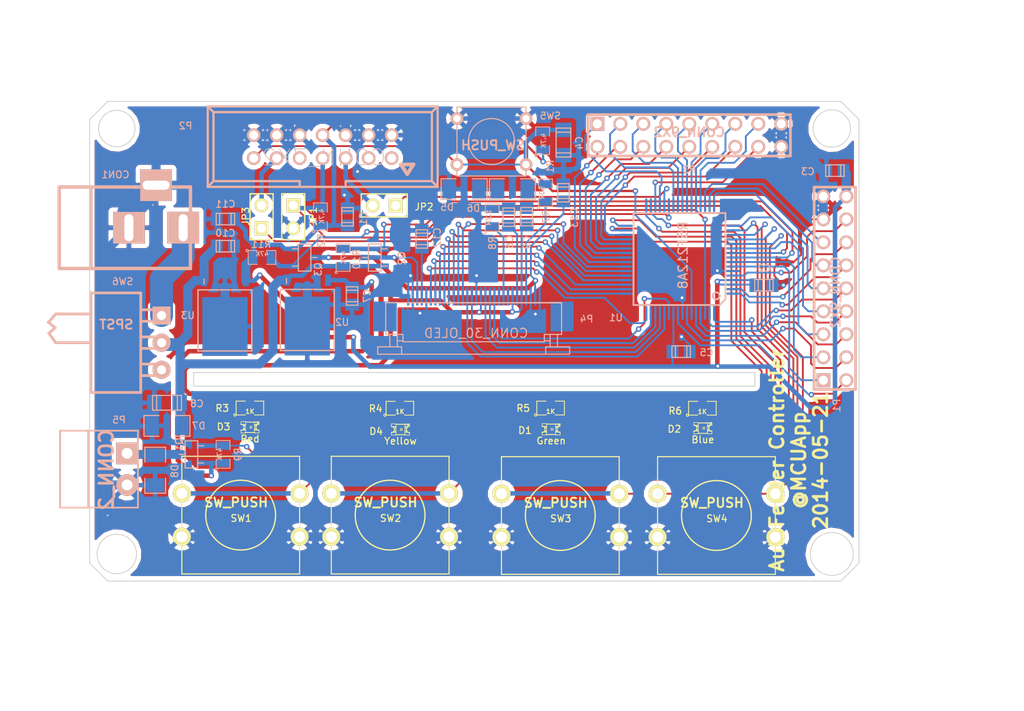
<source format=kicad_pcb>
(kicad_pcb (version 3) (host pcbnew "(2013-07-07 BZR 4022)-stable")
  (layers (15 F.Cu signal) (0 B.Cu signal) (18 B.Paste user) (19 F.Paste user) (20 B.SilkS user) (21 F.SilkS user) (22 B.Mask user) (23 F.Mask user) (28 Edge.Cuts user))
  (net 0 "")
  (net 1 +12P)
  (net 2 +3.3V)
  (net 3 +3.3VP)
  (net 4 /CS#)
  (net 5 /D0)
  (net 6 /D1)
  (net 7 /D2)
  (net 8 /D3)
  (net 9 /D4)
  (net 10 /D5)
  (net 11 /D6)
  (net 12 /D7)
  (net 13 /DC#)
  (net 14 /P04)
  (net 15 /P05)
  (net 16 /P06)
  (net 17 /P07)
  (net 18 /P10)
  (net 19 /P11)
  (net 20 /P12)
  (net 21 /P13)
  (net 22 /P14)
  (net 23 /P15)
  (net 24 /P16)
  (net 25 /P17)
  (net 26 /P30)
  (net 27 /P31)
  (net 28 /P32)
  (net 29 /P34)
  (net 30 /P35)
  (net 31 /P36)
  (net 32 /P37)
  (net 33 /P43)
  (net 34 /P44)
  (net 35 /P45)
  (net 36 /P46)
  (net 37 /P47)
  (net 38 /P60)
  (net 39 /P63)
  (net 40 /P64)
  (net 41 /P65)
  (net 42 /P84)
  (net 43 /P85)
  (net 44 /P86)
  (net 45 /RD#)
  (net 46 /RES#)
  (net 47 /RW#)
  (net 48 CTL12V)
  (net 49 CTL3V3)
  (net 50 CTLMTR)
  (net 51 GND)
  (net 52 MODE)
  (net 53 N-0000031)
  (net 54 N-0000032)
  (net 55 N-0000033)
  (net 56 N-0000034)
  (net 57 N-0000035)
  (net 58 N-0000036)
  (net 59 N-0000037)
  (net 60 N-0000038)
  (net 61 N-0000039)
  (net 62 N-0000042)
  (net 63 N-0000048)
  (net 64 N-0000049)
  (net 65 N-0000055)
  (net 66 N-0000056)
  (net 67 N-0000066)
  (net 68 N-0000070)
  (net 69 N-0000071)
  (net 70 N-0000072)
  (net 71 N-0000073)
  (net 72 N-0000074)
  (net 73 N-0000075)
  (net 74 N-0000076)
  (net 75 N-0000077)
  (net 76 N-0000079)
  (net 77 N-0000080)
  (net 78 N-0000081)
  (net 79 RST)
  (module VASCH7x2 (layer B.Cu) (at 125.75 52 180)
    (fp_text reference P2 (at 15.15 2.3 180) (layer B.SilkS) (effects (font (size 0.762 0.762) (thickness 0.127)) (justify mirror)))
    (fp_text value CONN_7X2 (at -0.15 -1.2 180) (layer B.SilkS) (effects (font (size 1.778 1.778) (thickness 0.0889)) (justify mirror)))
    (pad 1 thru_hole circle (at -7.62 -1.27 180) (size 1.50622 1.50622) (drill 0.99822) (layers *.Cu B.Paste B.SilkS B.Mask))
    (pad 2 thru_hole circle (at -7.62 1.27 180) (size 1.50622 1.50622) (drill 0.99822) (layers *.Cu B.Paste B.SilkS B.Mask) (net 51 GND))
    (pad 3 thru_hole circle (at -5.08 -1.27 180) (size 1.50622 1.50622) (drill 0.99822) (layers *.Cu B.Paste B.SilkS B.Mask))
    (pad 4 thru_hole circle (at -5.08 1.27 180) (size 1.50622 1.50622) (drill 0.99822) (layers *.Cu B.Paste B.SilkS B.Mask) (net 51 GND))
    (pad 5 thru_hole circle (at -2.54 -1.27 180) (size 1.50622 1.50622) (drill 0.99822) (layers *.Cu B.Paste B.SilkS B.Mask) (net 53 N-0000031))
    (pad 6 thru_hole circle (at -2.54 1.27 180) (size 1.50622 1.50622) (drill 0.99822) (layers *.Cu B.Paste B.SilkS B.Mask) (net 51 GND))
    (pad 7 thru_hole circle (at 0 -1.27 180) (size 1.50622 1.50622) (drill 0.99822) (layers *.Cu B.Paste B.SilkS B.Mask) (net 52 MODE))
    (pad 8 thru_hole circle (at 0 1.27 180) (size 1.50622 1.50622) (drill 0.99822) (layers *.Cu B.Paste B.SilkS B.Mask) (net 2 +3.3V))
    (pad 9 thru_hole circle (at 2.54 -1.27 180) (size 1.50622 1.50622) (drill 0.99822) (layers *.Cu B.Paste B.SilkS B.Mask))
    (pad 10 thru_hole circle (at 2.54 1.27 180) (size 1.50622 1.50622) (drill 0.99822) (layers *.Cu B.Paste B.SilkS B.Mask) (net 51 GND))
    (pad 11 thru_hole circle (at 5.08 -1.27 180) (size 1.50622 1.50622) (drill 0.99822) (layers *.Cu B.Paste B.SilkS B.Mask) (net 54 N-0000032))
    (pad 12 thru_hole circle (at 5.08 1.27 180) (size 1.50622 1.50622) (drill 0.99822) (layers *.Cu B.Paste B.SilkS B.Mask) (net 51 GND))
    (pad 13 thru_hole circle (at 7.62 -1.27 180) (size 1.50622 1.50622) (drill 0.99822) (layers *.Cu B.Paste B.SilkS B.Mask) (net 79 RST))
    (pad 14 thru_hole circle (at 7.62 1.27 180) (size 1.50622 1.50622) (drill 0.99822) (layers *.Cu B.Paste B.SilkS B.Mask) (net 51 GND))
  )
  (module TQFP_64 (layer B.Cu) (at 165.25 64.5 180)
    (fp_text reference U1 (at 7.1 -6.4 180) (layer B.SilkS) (effects (font (size 0.762 0.762) (thickness 0.127)) (justify mirror)))
    (fp_text value R5F212A8 (at -0.3 0.5 270) (layer B.SilkS) (effects (font (size 1.00076 1.00076) (thickness 0.1524)) (justify mirror)))
    (pad 1 smd rect (at -3.74904 -5.86994 180) (size 0.24892 1.524) (layers B.Cu B.Paste B.Mask) (net 50 CTLMTR))
    (pad 2 smd oval (at -3.24866 -5.86994 180) (size 0.24892 1.524) (layers B.Cu B.Paste B.Mask) (net 29 /P34))
    (pad 3 smd oval (at -2.74828 -5.86994 180) (size 0.24892 1.524) (layers B.Cu B.Paste B.Mask) (net 52 MODE))
    (pad 4 smd oval (at -2.2479 -5.86994 180) (size 0.24892 1.524) (layers B.Cu B.Paste B.Mask) (net 33 /P43))
    (pad 5 smd oval (at -1.74752 -5.86994 180) (size 0.24892 1.524) (layers B.Cu B.Paste B.Mask) (net 34 /P44))
    (pad 6 smd oval (at -1.24968 -5.86994 180) (size 0.24892 1.524) (layers B.Cu B.Paste B.Mask) (net 79 RST))
    (pad 7 smd oval (at -0.7493 -5.86994 180) (size 0.24892 1.524) (layers B.Cu B.Paste B.Mask) (net 37 /P47))
    (pad 8 smd oval (at -0.24892 -5.86994 180) (size 0.24892 1.524) (layers B.Cu B.Paste B.Mask) (net 51 GND))
    (pad 9 smd oval (at 0.25146 -5.86994 180) (size 0.24892 1.524) (layers B.Cu B.Paste B.Mask) (net 36 /P46))
    (pad 10 smd oval (at 0.75184 -5.86994 180) (size 0.24892 1.524) (layers B.Cu B.Paste B.Mask) (net 2 +3.3V))
    (pad 11 smd oval (at 1.25222 -5.86994 180) (size 0.24892 1.524) (layers B.Cu B.Paste B.Mask) (net 46 /RES#))
    (pad 12 smd oval (at 1.75006 -5.86994 180) (size 0.24892 1.524) (layers B.Cu B.Paste B.Mask) (net 45 /RD#))
    (pad 13 smd oval (at 2.25044 -5.86994 180) (size 0.24892 1.524) (layers B.Cu B.Paste B.Mask) (net 47 /RW#))
    (pad 14 smd oval (at 2.75082 -5.86994 180) (size 0.24892 1.524) (layers B.Cu B.Paste B.Mask) (net 13 /DC#))
    (pad 15 smd oval (at 3.2512 -5.86994 180) (size 0.24892 1.524) (layers B.Cu B.Paste B.Mask) (net 4 /CS#))
    (pad 16 smd oval (at 3.75158 -5.86994 180) (size 0.24892 1.524) (layers B.Cu B.Paste B.Mask) (net 12 /D7))
    (pad 17 smd oval (at 6.0325 -3.74904 180) (size 1.524 0.24892) (layers B.Cu B.Paste B.Mask) (net 11 /D6))
    (pad 18 smd oval (at 6.0325 -3.24866 180) (size 1.524 0.24892) (layers B.Cu B.Paste B.Mask) (net 10 /D5))
    (pad 19 smd oval (at 6.0325 -2.74828 180) (size 1.524 0.24892) (layers B.Cu B.Paste B.Mask) (net 9 /D4))
    (pad 20 smd oval (at 6.0325 -2.2479 180) (size 1.524 0.24892) (layers B.Cu B.Paste B.Mask) (net 8 /D3))
    (pad 21 smd oval (at 6.0325 -1.74752 180) (size 1.524 0.24892) (layers B.Cu B.Paste B.Mask) (net 7 /D2))
    (pad 22 smd oval (at 6.0325 -1.24968 180) (size 1.524 0.24892) (layers B.Cu B.Paste B.Mask) (net 6 /D1))
    (pad 23 smd oval (at 6.0325 -0.7493 180) (size 1.524 0.24892) (layers B.Cu B.Paste B.Mask) (net 5 /D0))
    (pad 24 smd oval (at 6.0325 -0.24892 180) (size 1.524 0.24892) (layers B.Cu B.Paste B.Mask) (net 25 /P17))
    (pad 25 smd oval (at 6.0325 0.25146 180) (size 1.524 0.24892) (layers B.Cu B.Paste B.Mask) (net 24 /P16))
    (pad 26 smd oval (at 6.0325 0.75184 180) (size 1.524 0.24892) (layers B.Cu B.Paste B.Mask) (net 23 /P15))
    (pad 27 smd oval (at 6.0325 1.25222 180) (size 1.524 0.24892) (layers B.Cu B.Paste B.Mask) (net 22 /P14))
    (pad 28 smd oval (at 6.0325 1.75006 180) (size 1.524 0.24892) (layers B.Cu B.Paste B.Mask) (net 44 /P86))
    (pad 29 smd oval (at 6.0325 2.25044 180) (size 1.524 0.24892) (layers B.Cu B.Paste B.Mask) (net 43 /P85))
    (pad 30 smd oval (at 6.0325 2.75082 180) (size 1.524 0.24892) (layers B.Cu B.Paste B.Mask) (net 42 /P84))
    (pad 31 smd oval (at 6.0325 3.2512 180) (size 1.524 0.24892) (layers B.Cu B.Paste B.Mask) (net 69 N-0000071))
    (pad 32 smd oval (at 6.0325 3.75158 180) (size 1.524 0.24892) (layers B.Cu B.Paste B.Mask) (net 63 N-0000048))
    (pad 33 smd oval (at 3.75158 6.0325 180) (size 0.24892 1.524) (layers B.Cu B.Paste B.Mask) (net 64 N-0000049))
    (pad 34 smd oval (at 3.2512 6.0325 180) (size 0.24892 1.524) (layers B.Cu B.Paste B.Mask) (net 67 N-0000066))
    (pad 35 smd oval (at 2.75082 6.0325 180) (size 0.24892 1.524) (layers B.Cu B.Paste B.Mask) (net 38 /P60))
    (pad 36 smd oval (at 2.25044 6.0325 180) (size 0.24892 1.524) (layers B.Cu B.Paste B.Mask) (net 35 /P45))
    (pad 37 smd oval (at 1.75006 6.0325 180) (size 0.24892 1.524) (layers B.Cu B.Paste B.Mask) (net 56 N-0000034))
    (pad 38 smd oval (at 1.25222 6.0325 180) (size 0.24892 1.524) (layers B.Cu B.Paste B.Mask) (net 55 N-0000033))
    (pad 39 smd oval (at 0.75184 6.0325 180) (size 0.24892 1.524) (layers B.Cu B.Paste B.Mask) (net 41 /P65))
    (pad 40 smd oval (at 0.25146 6.0325 180) (size 0.24892 1.524) (layers B.Cu B.Paste B.Mask) (net 40 /P64))
    (pad 41 smd oval (at -0.24892 6.0325 180) (size 0.24892 1.524) (layers B.Cu B.Paste B.Mask) (net 39 /P63))
    (pad 42 smd oval (at -0.7493 6.0325 180) (size 0.24892 1.524) (layers B.Cu B.Paste B.Mask) (net 27 /P31))
    (pad 43 smd oval (at -1.24968 6.0325 180) (size 0.24892 1.524) (layers B.Cu B.Paste B.Mask) (net 26 /P30))
    (pad 44 smd oval (at -1.74752 6.0325 180) (size 0.24892 1.524) (layers B.Cu B.Paste B.Mask) (net 31 /P36))
    (pad 45 smd oval (at -2.2479 6.0325 180) (size 0.24892 1.524) (layers B.Cu B.Paste B.Mask) (net 28 /P32))
    (pad 46 smd oval (at -2.74828 6.0325 180) (size 0.24892 1.524) (layers B.Cu B.Paste B.Mask) (net 21 /P13))
    (pad 47 smd oval (at -3.24866 6.0325 180) (size 0.24892 1.524) (layers B.Cu B.Paste B.Mask) (net 20 /P12))
    (pad 48 smd oval (at -3.74904 6.0325 180) (size 0.24892 1.524) (layers B.Cu B.Paste B.Mask) (net 19 /P11))
    (pad 49 smd oval (at -5.86994 3.75158 180) (size 1.524 0.24892) (layers B.Cu B.Paste B.Mask) (net 18 /P10))
    (pad 50 smd oval (at -5.86994 3.2512 180) (size 1.524 0.24892) (layers B.Cu B.Paste B.Mask) (net 61 N-0000039))
    (pad 52 smd oval (at -5.86994 2.25044 180) (size 1.524 0.24892) (layers B.Cu B.Paste B.Mask) (net 59 N-0000037))
    (pad 51 smd oval (at -5.88772 2.75082 180) (size 1.524 0.24892) (layers B.Cu B.Paste B.Mask) (net 60 N-0000038))
    (pad 53 smd oval (at -5.86994 1.75006 180) (size 1.524 0.24892) (layers B.Cu B.Paste B.Mask) (net 58 N-0000036))
    (pad 54 smd oval (at -5.86994 1.25222 180) (size 1.524 0.24892) (layers B.Cu B.Paste B.Mask) (net 14 /P04))
    (pad 55 smd oval (at -5.86994 0.75184 180) (size 1.524 0.24892) (layers B.Cu B.Paste B.Mask) (net 49 CTL3V3))
    (pad 56 smd oval (at -5.86994 0.25146 180) (size 1.524 0.24892) (layers B.Cu B.Paste B.Mask) (net 48 CTL12V))
    (pad 57 smd oval (at -5.86994 -0.24892 180) (size 1.524 0.24892) (layers B.Cu B.Paste B.Mask) (net 15 /P05))
    (pad 58 smd oval (at -5.86994 -0.7493 180) (size 1.524 0.24892) (layers B.Cu B.Paste B.Mask) (net 16 /P06))
    (pad 59 smd oval (at -5.86994 -1.24206 180) (size 1.524 0.24892) (layers B.Cu B.Paste B.Mask) (net 51 GND))
    (pad 60 smd oval (at -5.86994 -1.74244 180) (size 1.524 0.24892) (layers B.Cu B.Paste B.Mask) (net 17 /P07))
    (pad 61 smd oval (at -5.86994 -2.24282 180) (size 1.524 0.24892) (layers B.Cu B.Paste B.Mask) (net 2 +3.3V))
    (pad 62 smd oval (at -5.86994 -2.7432 180) (size 1.524 0.24892) (layers B.Cu B.Paste B.Mask) (net 2 +3.3V))
    (pad 63 smd oval (at -5.86994 -3.24104 180) (size 1.524 0.24892) (layers B.Cu B.Paste B.Mask) (net 32 /P37))
    (pad 64 smd oval (at -5.86994 -3.74142 180) (size 1.524 0.24892) (layers B.Cu B.Paste B.Mask) (net 30 /P35))
  )
  (module SW_SPDT_11x8 (layer B.Cu) (at 107.95 73.66 180)
    (fp_text reference SW6 (at 4.3 6.76 180) (layer B.SilkS) (effects (font (size 0.762 0.762) (thickness 0.127)) (justify mirror)))
    (fp_text value SPST (at 5 2 360) (layer B.SilkS) (effects (font (size 1.016 1.016) (thickness 0.2032)) (justify mirror)))
    (pad 2 thru_hole circle (at 0 0 180) (size 2 2) (drill 1) (layers *.Cu *.Mask B.SilkS) (net 65 N-0000055))
    (pad 1 thru_hole rect (at 0 3 180) (size 2 2) (drill 1) (layers *.Cu *.Mask B.SilkS) (net 66 N-0000056))
    (pad 3 thru_hole circle (at 0 -3 180) (size 2 2) (drill 1) (layers *.Cu *.Mask B.SilkS))
  )
  (module SW_PUSH_SMALL (layer B.Cu) (at 144.399 51.435)
    (fp_text reference SW5 (at 6.501 -2.835) (layer B.SilkS) (effects (font (size 0.762 0.762) (thickness 0.127)) (justify mirror)))
    (fp_text value SW_PUSH (at 0.151 0.415) (layer B.SilkS) (effects (font (size 1.016 1.016) (thickness 0.2032)) (justify mirror)))
    (pad 1 thru_hole circle (at 3.81 2.54) (size 1.397 1.397) (drill 0.8128) (layers *.Cu *.Mask B.SilkS) (net 79 RST))
    (pad 2 thru_hole circle (at 3.81 -2.54) (size 1.397 1.397) (drill 0.8128) (layers *.Cu *.Mask B.SilkS) (net 51 GND))
    (pad 1 thru_hole circle (at -3.81 2.54) (size 1.397 1.397) (drill 0.8128) (layers *.Cu *.Mask B.SilkS) (net 79 RST))
    (pad 2 thru_hole circle (at -3.81 -2.54) (size 1.397 1.397) (drill 0.8128) (layers *.Cu *.Mask B.SilkS) (net 51 GND))
  )
  (module SW_PUSH_12x12 (layer F.Cu) (at 139.7 92.71 180)
    (fp_text reference SW2 (at 6.45 -0.35 180) (layer F.SilkS) (effects (font (size 0.762 0.762) (thickness 0.127))))
    (fp_text value SW_PUSH (at 7 1.4 180) (layer F.SilkS) (effects (font (size 1.016 1.016) (thickness 0.2032))))
    (pad 1 thru_hole circle (at 13 -2.39 180) (size 2 2) (drill 1.2) (layers *.Cu *.Mask F.SilkS) (net 51 GND))
    (pad 2 thru_hole circle (at 13 2.4 180) (size 2 2) (drill 1.2) (layers *.Cu *.Mask F.SilkS) (net 60 N-0000038))
    (pad 1 thru_hole circle (at -0.01 -2.39 180) (size 2 2) (drill 1.2) (layers *.Cu *.Mask F.SilkS) (net 51 GND))
    (pad 2 thru_hole circle (at -0.01 2.4 180) (size 2 2) (drill 1.2) (layers *.Cu *.Mask F.SilkS) (net 60 N-0000038))
  )
  (module SW_PUSH_12x12 (layer F.Cu) (at 123.19 92.71 180)
    (fp_text reference SW1 (at 6.45 -0.35 180) (layer F.SilkS) (effects (font (size 0.762 0.762) (thickness 0.127))))
    (fp_text value SW_PUSH (at 7 1.4 180) (layer F.SilkS) (effects (font (size 1.016 1.016) (thickness 0.2032))))
    (pad 1 thru_hole circle (at 13 -2.39 180) (size 2 2) (drill 1.2) (layers *.Cu *.Mask F.SilkS) (net 51 GND))
    (pad 2 thru_hole circle (at 13 2.4 180) (size 2 2) (drill 1.2) (layers *.Cu *.Mask F.SilkS) (net 61 N-0000039))
    (pad 1 thru_hole circle (at -0.01 -2.39 180) (size 2 2) (drill 1.2) (layers *.Cu *.Mask F.SilkS) (net 51 GND))
    (pad 2 thru_hole circle (at -0.01 2.4 180) (size 2 2) (drill 1.2) (layers *.Cu *.Mask F.SilkS) (net 61 N-0000039))
  )
  (module SW_PUSH_12x12 (layer F.Cu) (at 175.75 92.75 180)
    (fp_text reference SW4 (at 6.45 -0.35 180) (layer F.SilkS) (effects (font (size 0.762 0.762) (thickness 0.127))))
    (fp_text value SW_PUSH (at 7 1.4 180) (layer F.SilkS) (effects (font (size 1.016 1.016) (thickness 0.2032))))
    (pad 1 thru_hole circle (at 13 -2.39 180) (size 2 2) (drill 1.2) (layers *.Cu *.Mask F.SilkS) (net 51 GND))
    (pad 2 thru_hole circle (at 13 2.4 180) (size 2 2) (drill 1.2) (layers *.Cu *.Mask F.SilkS) (net 58 N-0000036))
    (pad 1 thru_hole circle (at -0.01 -2.39 180) (size 2 2) (drill 1.2) (layers *.Cu *.Mask F.SilkS) (net 51 GND))
    (pad 2 thru_hole circle (at -0.01 2.4 180) (size 2 2) (drill 1.2) (layers *.Cu *.Mask F.SilkS) (net 58 N-0000036))
  )
  (module SW_PUSH_12x12 (layer F.Cu) (at 158.5 92.75 180)
    (fp_text reference SW3 (at 6.45 -0.35 180) (layer F.SilkS) (effects (font (size 0.762 0.762) (thickness 0.127))))
    (fp_text value SW_PUSH (at 7 1.4 180) (layer F.SilkS) (effects (font (size 1.016 1.016) (thickness 0.2032))))
    (pad 1 thru_hole circle (at 13 -2.39 180) (size 2 2) (drill 1.2) (layers *.Cu *.Mask F.SilkS) (net 51 GND))
    (pad 2 thru_hole circle (at 13 2.4 180) (size 2 2) (drill 1.2) (layers *.Cu *.Mask F.SilkS) (net 59 N-0000037))
    (pad 1 thru_hole circle (at -0.01 -2.39 180) (size 2 2) (drill 1.2) (layers *.Cu *.Mask F.SilkS) (net 51 GND))
    (pad 2 thru_hole circle (at -0.01 2.4 180) (size 2 2) (drill 1.2) (layers *.Cu *.Mask F.SilkS) (net 59 N-0000037))
  )
  (module sot-23 (layer B.Cu) (at 111.25 86 270)
    (fp_text reference Q1 (at -1.1 1.35 270) (layer B.SilkS) (effects (font (size 0.762 0.762) (thickness 0.127)) (justify mirror)))
    (fp_text value IRLML6402 hide)
    (pad 1 smd rect (at -0.9525 -1.05664 270) (size 0.59944 1.00076) (layers B.Cu B.Paste B.Mask) (net 50 CTLMTR))
    (pad 3 smd rect (at 0 1.05664 270) (size 0.59944 1.00076) (layers B.Cu B.Paste B.Mask) (net 62 N-0000042))
    (pad 2 smd rect (at 0.9525 -1.05664 270) (size 0.59944 1.00076) (layers B.Cu B.Paste B.Mask) (net 57 N-0000035))
  )
  (module sot-23 (layer B.Cu) (at 123.75 64.25 90)
    (fp_text reference Q3 (at -1.3 1.5 90) (layer B.SilkS) (effects (font (size 0.762 0.762) (thickness 0.127)) (justify mirror)))
    (fp_text value IRLML6402 hide)
    (pad 1 smd rect (at -0.9525 -1.05664 90) (size 0.59944 1.00076) (layers B.Cu B.Paste B.Mask) (net 49 CTL3V3))
    (pad 3 smd rect (at 0 1.05664 90) (size 0.59944 1.00076) (layers B.Cu B.Paste B.Mask) (net 3 +3.3VP))
    (pad 2 smd rect (at 0.9525 -1.05664 90) (size 0.59944 1.00076) (layers B.Cu B.Paste B.Mask) (net 2 +3.3V))
  )
  (module sot-23 (layer B.Cu) (at 131.5 64.25 270)
    (fp_text reference Q2 (at 0.1 -3 270) (layer B.SilkS) (effects (font (size 0.762 0.762) (thickness 0.127)) (justify mirror)))
    (fp_text value IRLML6402 hide)
    (pad 1 smd rect (at -0.9525 -1.05664 270) (size 0.59944 1.00076) (layers B.Cu B.Paste B.Mask) (net 48 CTL12V))
    (pad 3 smd rect (at 0 1.05664 270) (size 0.59944 1.00076) (layers B.Cu B.Paste B.Mask) (net 1 +12P))
    (pad 2 smd rect (at 0.9525 -1.05664 270) (size 0.59944 1.00076) (layers B.Cu B.Paste B.Mask) (net 65 N-0000055))
  )
  (module SM1206 (layer B.Cu) (at 146.7104 56.6928 180)
    (fp_text reference D6 (at 4.3104 -2.1072 180) (layer B.SilkS) (effects (font (size 0.762 0.762) (thickness 0.127)) (justify mirror)))
    (fp_text value IN4148 hide)
    (pad 1 smd rect (at -1.651 0 180) (size 1.524 2.032) (layers B.Cu B.Paste B.Mask) (net 78 N-0000081))
    (pad 2 smd rect (at 1.651 0 180) (size 1.524 2.032) (layers B.Cu B.Paste B.Mask) (net 73 N-0000075))
  )
  (module SM1206 (layer B.Cu) (at 141.3764 56.6928 180)
    (fp_text reference D5 (at 1.8764 -2.0072 180) (layer B.SilkS) (effects (font (size 0.762 0.762) (thickness 0.127)) (justify mirror)))
    (fp_text value IN4148 hide)
    (pad 1 smd rect (at -1.651 0 180) (size 1.524 2.032) (layers B.Cu B.Paste B.Mask) (net 73 N-0000075))
    (pad 2 smd rect (at 1.651 0 180) (size 1.524 2.032) (layers B.Cu B.Paste B.Mask) (net 51 GND))
  )
  (module SM1206 (layer B.Cu) (at 107.25 87.75 90)
    (fp_text reference D8 (at -0.1 2.15 90) (layer B.SilkS) (effects (font (size 0.762 0.762) (thickness 0.127)) (justify mirror)))
    (fp_text value IN4148 hide)
    (pad 1 smd rect (at -1.651 0 90) (size 1.524 2.032) (layers B.Cu B.Paste B.Mask) (net 51 GND))
    (pad 2 smd rect (at 1.651 0 90) (size 1.524 2.032) (layers B.Cu B.Paste B.Mask) (net 62 N-0000042))
  )
  (module SM1206 (layer B.Cu) (at 108.55 82.85)
    (fp_text reference D7 (at 3.5 0) (layer B.SilkS) (effects (font (size 0.762 0.762) (thickness 0.127)) (justify mirror)))
    (fp_text value 12V hide)
    (pad 1 smd rect (at -1.651 0) (size 1.524 2.032) (layers B.Cu B.Paste B.Mask) (net 51 GND))
    (pad 2 smd rect (at 1.651 0) (size 1.524 2.032) (layers B.Cu B.Paste B.Mask) (net 65 N-0000055))
  )
  (module SM0805 (layer B.Cu) (at 128 64.25 90)
    (fp_text reference R10 (at -0.2 1.5 90) (layer B.SilkS) (effects (font (size 0.762 0.762) (thickness 0.127)) (justify mirror)))
    (fp_text value 47K (at 0 0.05 90) (layer B.SilkS) (effects (font (size 0.50038 0.50038) (thickness 0.10922)) (justify mirror)))
    (pad 1 smd rect (at -0.9525 0 90) (size 0.889 1.397) (layers B.Cu B.Paste B.Mask) (net 65 N-0000055))
    (pad 2 smd rect (at 0.9525 0 90) (size 0.889 1.397) (layers B.Cu B.Paste B.Mask) (net 48 CTL12V))
  )
  (module SM0805 (layer F.Cu) (at 134.28 80.9)
    (fp_text reference R4 (at -2.68 0.05) (layer F.SilkS) (effects (font (size 0.762 0.762) (thickness 0.127))))
    (fp_text value 1K (at 0 0.381) (layer F.SilkS) (effects (font (size 0.50038 0.50038) (thickness 0.10922))))
    (pad 1 smd rect (at -0.9525 0) (size 0.889 1.397) (layers F.Cu F.Paste F.Mask) (net 71 N-0000073))
    (pad 2 smd rect (at 0.9525 0) (size 0.889 1.397) (layers F.Cu F.Paste F.Mask) (net 3 +3.3VP))
  )
  (module SM0805 (layer B.Cu) (at 125.5 59.75 90)
    (fp_text reference R2 (at -2.6 0.1 90) (layer B.SilkS) (effects (font (size 0.762 0.762) (thickness 0.127)) (justify mirror)))
    (fp_text value 4.7K (at 0.05 0.15 90) (layer B.SilkS) (effects (font (size 0.50038 0.50038) (thickness 0.10922)) (justify mirror)))
    (pad 1 smd rect (at -0.9525 0 90) (size 0.889 1.397) (layers B.Cu B.Paste B.Mask) (net 2 +3.3V))
    (pad 2 smd rect (at 0.9525 0 90) (size 0.889 1.397) (layers B.Cu B.Paste B.Mask) (net 52 MODE))
  )
  (module SM0805 (layer B.Cu) (at 150.05 51.35 90)
    (fp_text reference R1 (at -2.85 0.85 90) (layer B.SilkS) (effects (font (size 0.762 0.762) (thickness 0.127)) (justify mirror)))
    (fp_text value 4.7K (at 0 0.1 90) (layer B.SilkS) (effects (font (size 0.50038 0.50038) (thickness 0.10922)) (justify mirror)))
    (pad 1 smd rect (at -0.9525 0 90) (size 0.889 1.397) (layers B.Cu B.Paste B.Mask) (net 2 +3.3V))
    (pad 2 smd rect (at 0.9525 0 90) (size 0.889 1.397) (layers B.Cu B.Paste B.Mask) (net 79 RST))
  )
  (module SM0805 (layer F.Cu) (at 150.93 80.88)
    (fp_text reference R5 (at -3.03 0.02) (layer F.SilkS) (effects (font (size 0.762 0.762) (thickness 0.127))))
    (fp_text value 1K (at 0 0.381) (layer F.SilkS) (effects (font (size 0.50038 0.50038) (thickness 0.10922))))
    (pad 1 smd rect (at -0.9525 0) (size 0.889 1.397) (layers F.Cu F.Paste F.Mask) (net 72 N-0000074))
    (pad 2 smd rect (at 0.9525 0) (size 0.889 1.397) (layers F.Cu F.Paste F.Mask) (net 3 +3.3VP))
  )
  (module SM0805 (layer B.Cu) (at 119.05 64.24)
    (fp_text reference R11 (at -0.1 -1.44) (layer B.SilkS) (effects (font (size 0.762 0.762) (thickness 0.127)) (justify mirror)))
    (fp_text value 47K (at 0 -0.381) (layer B.SilkS) (effects (font (size 0.50038 0.50038) (thickness 0.10922)) (justify mirror)))
    (pad 1 smd rect (at -0.9525 0) (size 0.889 1.397) (layers B.Cu B.Paste B.Mask) (net 2 +3.3V))
    (pad 2 smd rect (at 0.9525 0) (size 0.889 1.397) (layers B.Cu B.Paste B.Mask) (net 49 CTL3V3))
  )
  (module SM0805 (layer F.Cu) (at 167.7 80.9)
    (fp_text reference R6 (at -3 0.3) (layer F.SilkS) (effects (font (size 0.762 0.762) (thickness 0.127))))
    (fp_text value 1K (at 0 0.381) (layer F.SilkS) (effects (font (size 0.50038 0.50038) (thickness 0.10922))))
    (pad 1 smd rect (at -0.9525 0) (size 0.889 1.397) (layers F.Cu F.Paste F.Mask) (net 68 N-0000070))
    (pad 2 smd rect (at 0.9525 0) (size 0.889 1.397) (layers F.Cu F.Paste F.Mask) (net 3 +3.3VP))
  )
  (module SM0805 (layer B.Cu) (at 150.368 57.0992 90)
    (fp_text reference R7 (at -2.6008 0.082 90) (layer B.SilkS) (effects (font (size 0.762 0.762) (thickness 0.127)) (justify mirror)))
    (fp_text value 50R (at 0 -0.381 90) (layer B.SilkS) (effects (font (size 0.50038 0.50038) (thickness 0.10922)) (justify mirror)))
    (pad 1 smd rect (at -0.9525 0 90) (size 0.889 1.397) (layers B.Cu B.Paste B.Mask) (net 76 N-0000079))
    (pad 2 smd rect (at 0.9525 0 90) (size 0.889 1.397) (layers B.Cu B.Paste B.Mask) (net 78 N-0000081))
  )
  (module SM0805 (layer F.Cu) (at 117.71 80.88)
    (fp_text reference R3 (at -3.06 0.02) (layer F.SilkS) (effects (font (size 0.762 0.762) (thickness 0.127))))
    (fp_text value 1K (at 0 0.381) (layer F.SilkS) (effects (font (size 0.50038 0.50038) (thickness 0.10922))))
    (pad 1 smd rect (at -0.9525 0) (size 0.889 1.397) (layers F.Cu F.Paste F.Mask) (net 70 N-0000072))
    (pad 2 smd rect (at 0.9525 0) (size 0.889 1.397) (layers F.Cu F.Paste F.Mask) (net 3 +3.3VP))
  )
  (module SM0805 (layer B.Cu) (at 144.4752 59.8424 90)
    (fp_text reference R8 (at -2.8076 0.0248 90) (layer B.SilkS) (effects (font (size 0.762 0.762) (thickness 0.127)) (justify mirror)))
    (fp_text value 1.2M (at 0 -0.381 90) (layer B.SilkS) (effects (font (size 0.50038 0.50038) (thickness 0.10922)) (justify mirror)))
    (pad 1 smd rect (at -0.9525 0 90) (size 0.889 1.397) (layers B.Cu B.Paste B.Mask) (net 74 N-0000076))
    (pad 2 smd rect (at 0.9525 0 90) (size 0.889 1.397) (layers B.Cu B.Paste B.Mask) (net 51 GND))
  )
  (module SM0805 (layer B.Cu) (at 114.75 86 90)
    (fp_text reference R9 (at 0 1.65 90) (layer B.SilkS) (effects (font (size 0.762 0.762) (thickness 0.127)) (justify mirror)))
    (fp_text value 47K (at 0 -0.381 90) (layer B.SilkS) (effects (font (size 0.50038 0.50038) (thickness 0.10922)) (justify mirror)))
    (pad 1 smd rect (at -0.9525 0 90) (size 0.889 1.397) (layers B.Cu B.Paste B.Mask) (net 57 N-0000035))
    (pad 2 smd rect (at 0.9525 0 90) (size 0.889 1.397) (layers B.Cu B.Paste B.Mask) (net 50 CTLMTR))
  )
  (module sc-63 (layer B.Cu) (at 112.65 66.8)
    (fp_text reference U3 (at -1.8 3.85) (layer B.SilkS) (effects (font (size 0.762 0.762) (thickness 0.127)) (justify mirror)))
    (fp_text value UPC2933AT hide)
    (pad 1 smd rect (at 0 0) (size 0.65 1.25) (layers B.Cu B.Paste B.Mask) (net 65 N-0000055))
    (pad 3 smd rect (at 4.6 0) (size 0.65 1.25) (layers B.Cu B.Paste B.Mask) (net 2 +3.3V))
    (pad 2 smd rect (at 2.3 0.6) (size 0.4572 0.7112) (layers B.Cu B.Paste B.Mask) (net 51 GND))
    (pad 4 smd rect (at 2.3 5.075) (size 5 6.5) (layers B.Cu B.Paste B.Mask) (net 51 GND))
  )
  (module sc-63 (layer B.Cu) (at 121.75 66.75)
    (fp_text reference U2 (at 6.15 4.65) (layer B.SilkS) (effects (font (size 0.762 0.762) (thickness 0.127)) (justify mirror)))
    (fp_text value UPC2905AT hide)
    (pad 1 smd rect (at 0 0) (size 0.65 1.25) (layers B.Cu B.Paste B.Mask) (net 65 N-0000055))
    (pad 3 smd rect (at 4.6 0) (size 0.65 1.25) (layers B.Cu B.Paste B.Mask) (net 57 N-0000035))
    (pad 2 smd rect (at 2.3 0.6) (size 0.4572 0.7112) (layers B.Cu B.Paste B.Mask) (net 51 GND))
    (pad 4 smd rect (at 2.3 5.075) (size 5 6.5) (layers B.Cu B.Paste B.Mask) (net 51 GND))
  )
  (module PIN_ARRAY_2X1 (layer F.Cu) (at 119 59.75 90)
    (fp_text reference JP3 (at 0.05 -1.75 90) (layer F.SilkS) (effects (font (size 0.762 0.762) (thickness 0.127))))
    (fp_text value JUMPER hide)
    (pad 1 thru_hole rect (at -1.27 0 90) (size 1.524 1.524) (drill 1.016) (layers *.Cu *.Mask F.SilkS) (net 55 N-0000033))
    (pad 2 thru_hole circle (at 1.27 0 90) (size 1.524 1.524) (drill 1.016) (layers *.Cu *.Mask F.SilkS) (net 54 N-0000032))
  )
  (module PIN_ARRAY_2X1 (layer F.Cu) (at 132.55 58.5 180)
    (fp_text reference JP2 (at -4.4 -0.15 180) (layer F.SilkS) (effects (font (size 0.762 0.762) (thickness 0.127))))
    (fp_text value JUMPER hide)
    (pad 1 thru_hole rect (at -1.27 0 180) (size 1.524 1.524) (drill 1.016) (layers *.Cu *.Mask F.SilkS) (net 56 N-0000034))
    (pad 2 thru_hole circle (at 1.27 0 180) (size 1.524 1.524) (drill 1.016) (layers *.Cu *.Mask F.SilkS) (net 53 N-0000031))
  )
  (module PIN_ARRAY_2X1 (layer F.Cu) (at 122.5 59.75 270)
    (fp_text reference JP1 (at -0.05 -2.2 270) (layer F.SilkS) (effects (font (size 0.762 0.762) (thickness 0.127))))
    (fp_text value JUMPER hide)
    (pad 1 thru_hole rect (at -1.27 0 270) (size 1.524 1.524) (drill 1.016) (layers *.Cu *.Mask F.SilkS) (net 52 MODE))
    (pad 2 thru_hole circle (at 1.27 0 270) (size 1.524 1.524) (drill 1.016) (layers *.Cu *.Mask F.SilkS) (net 51 GND))
  )
  (module LED-0805 (layer F.Cu) (at 117.72 83.01)
    (fp_text reference D3 (at -2.92 -0.06) (layer F.SilkS) (effects (font (size 0.762 0.762) (thickness 0.127))))
    (fp_text value Red (at 0 1.27) (layer F.SilkS) (effects (font (size 0.762 0.762) (thickness 0.127))))
    (pad 1 smd rect (at -1.04902 0) (size 1.19888 1.19888) (layers F.Cu F.Paste F.Mask) (net 70 N-0000072))
    (pad 2 smd rect (at 1.04902 0) (size 1.19888 1.19888) (layers F.Cu F.Paste F.Mask) (net 67 N-0000066))
  )
  (module LED-0805 (layer F.Cu) (at 134.34 83.25)
    (fp_text reference D4 (at -2.69 0.2) (layer F.SilkS) (effects (font (size 0.762 0.762) (thickness 0.127))))
    (fp_text value Yellow (at 0 1.27) (layer F.SilkS) (effects (font (size 0.762 0.762) (thickness 0.127))))
    (pad 1 smd rect (at -1.04902 0) (size 1.19888 1.19888) (layers F.Cu F.Paste F.Mask) (net 71 N-0000073))
    (pad 2 smd rect (at 1.04902 0) (size 1.19888 1.19888) (layers F.Cu F.Paste F.Mask) (net 64 N-0000049))
  )
  (module LED-0805 (layer F.Cu) (at 167.75 83.1)
    (fp_text reference D2 (at -3.15 0.1) (layer F.SilkS) (effects (font (size 0.762 0.762) (thickness 0.127))))
    (fp_text value Blue (at 0 1.27) (layer F.SilkS) (effects (font (size 0.762 0.762) (thickness 0.127))))
    (pad 1 smd rect (at -1.04902 0) (size 1.19888 1.19888) (layers F.Cu F.Paste F.Mask) (net 68 N-0000070))
    (pad 2 smd rect (at 1.04902 0) (size 1.19888 1.19888) (layers F.Cu F.Paste F.Mask) (net 69 N-0000071))
  )
  (module LED-0805 (layer F.Cu) (at 150.99 83.23)
    (fp_text reference D1 (at -2.89 0.12) (layer F.SilkS) (effects (font (size 0.762 0.762) (thickness 0.127))))
    (fp_text value Green (at 0 1.27) (layer F.SilkS) (effects (font (size 0.762 0.762) (thickness 0.127))))
    (pad 1 smd rect (at -1.04902 0) (size 1.19888 1.19888) (layers F.Cu F.Paste F.Mask) (net 72 N-0000074))
    (pad 2 smd rect (at 1.04902 0) (size 1.19888 1.19888) (layers F.Cu F.Paste F.Mask) (net 63 N-0000048))
  )
  (module GTK3mm5-H2 (layer B.Cu) (at 104.14 87.63 270)
    (fp_text reference P5 (at -5.43 0.89 360) (layer B.SilkS) (effects (font (size 0.762 0.762) (thickness 0.127)) (justify mirror)))
    (fp_text value CONN_2 (at 0.07 2.29 270) (layer B.SilkS) (effects (font (size 1.524 1.524) (thickness 0.3048)) (justify mirror)))
    (pad 2 thru_hole circle (at 1.75 0 270) (size 2.4 2.4) (drill 1.2) (layers *.Cu *.Mask B.SilkS) (net 51 GND))
    (pad 1 thru_hole rect (at -1.75 0 270) (size 2.4 2.4) (drill 1.2) (layers *.Cu *.Mask B.SilkS) (net 62 N-0000042))
  )
  (module c_1206 (layer B.Cu) (at 152.35 51.55 90)
    (fp_text reference C4 (at -0.05 1.75 90) (layer B.SilkS) (effects (font (size 0.762 0.762) (thickness 0.127)) (justify mirror)))
    (fp_text value 47u hide)
    (pad 1 smd rect (at 1.397 0 90) (size 1.6002 1.8034) (layers B.Cu B.Paste B.Mask) (net 79 RST))
    (pad 2 smd rect (at -1.397 0 90) (size 1.6002 1.8034) (layers B.Cu B.Paste B.Mask) (net 51 GND))
  )
  (module c_1206 (layer B.Cu) (at 108.55 80.3)
    (fp_text reference C8 (at 3.3 0.1) (layer B.SilkS) (effects (font (size 0.762 0.762) (thickness 0.127)) (justify mirror)))
    (fp_text value 47u hide)
    (pad 1 smd rect (at 1.397 0) (size 1.6002 1.8034) (layers B.Cu B.Paste B.Mask) (net 65 N-0000055))
    (pad 2 smd rect (at -1.397 0) (size 1.6002 1.8034) (layers B.Cu B.Paste B.Mask) (net 51 GND))
  )
  (module c_0805 (layer B.Cu) (at 129 68.5 90)
    (fp_text reference C7 (at 0 1.65 90) (layer B.SilkS) (effects (font (size 0.762 0.762) (thickness 0.127)) (justify mirror)))
    (fp_text value 10u hide)
    (pad 1 smd rect (at 0.9525 0 90) (size 1.30048 1.4986) (layers B.Cu B.Paste B.Mask) (net 57 N-0000035))
    (pad 2 smd rect (at -0.9525 0 90) (size 1.30048 1.4986) (layers B.Cu B.Paste B.Mask) (net 51 GND))
  )
  (module c_0805 (layer B.Cu) (at 128.5 59.75 270)
    (fp_text reference C1 (at 0.2 -1.75 270) (layer B.SilkS) (effects (font (size 0.762 0.762) (thickness 0.127)) (justify mirror)))
    (fp_text value 0.1u hide)
    (pad 1 smd rect (at 0.9525 0 270) (size 1.30048 1.4986) (layers B.Cu B.Paste B.Mask) (net 2 +3.3V))
    (pad 2 smd rect (at -0.9525 0 270) (size 1.30048 1.4986) (layers B.Cu B.Paste B.Mask) (net 51 GND))
  )
  (module c_0805 (layer B.Cu) (at 115 60)
    (fp_text reference C11 (at 0 -1.65) (layer B.SilkS) (effects (font (size 0.762 0.762) (thickness 0.127)) (justify mirror)))
    (fp_text value 10u hide)
    (pad 1 smd rect (at 0.9525 0) (size 1.30048 1.4986) (layers B.Cu B.Paste B.Mask) (net 2 +3.3V))
    (pad 2 smd rect (at -0.9525 0) (size 1.30048 1.4986) (layers B.Cu B.Paste B.Mask) (net 51 GND))
  )
  (module c_0805 (layer B.Cu) (at 148.2852 59.7408 270)
    (fp_text reference C9 (at 2.8592 -0.0148 270) (layer B.SilkS) (effects (font (size 0.762 0.762) (thickness 0.127)) (justify mirror)))
    (fp_text value 0.1u hide)
    (pad 1 smd rect (at 0.9525 0 270) (size 1.30048 1.4986) (layers B.Cu B.Paste B.Mask) (net 3 +3.3VP))
    (pad 2 smd rect (at -0.9525 0 270) (size 1.30048 1.4986) (layers B.Cu B.Paste B.Mask) (net 51 GND))
  )
  (module c_0805 (layer B.Cu) (at 152.3492 57.0992 270)
    (fp_text reference C13 (at 2.7508 -1.2008 270) (layer B.SilkS) (effects (font (size 0.762 0.762) (thickness 0.127)) (justify mirror)))
    (fp_text value 0.1u hide)
    (pad 1 smd rect (at 0.9525 0 270) (size 1.30048 1.4986) (layers B.Cu B.Paste B.Mask) (net 1 +12P))
    (pad 2 smd rect (at -0.9525 0 270) (size 1.30048 1.4986) (layers B.Cu B.Paste B.Mask) (net 51 GND))
  )
  (module c_0805 (layer B.Cu) (at 174.498 67.31 180)
    (fp_text reference C2 (at -0.052 1.86 180) (layer B.SilkS) (effects (font (size 0.762 0.762) (thickness 0.127)) (justify mirror)))
    (fp_text value 0.1u hide)
    (pad 1 smd rect (at 0.9525 0 180) (size 1.30048 1.4986) (layers B.Cu B.Paste B.Mask) (net 2 +3.3V))
    (pad 2 smd rect (at -0.9525 0 180) (size 1.30048 1.4986) (layers B.Cu B.Paste B.Mask) (net 51 GND))
  )
  (module c_0805 (layer B.Cu) (at 165.35 74.65 180)
    (fp_text reference C5 (at -2.8 -0.1 180) (layer B.SilkS) (effects (font (size 0.762 0.762) (thickness 0.127)) (justify mirror)))
    (fp_text value 0.1u hide)
    (pad 1 smd rect (at 0.9525 0 180) (size 1.30048 1.4986) (layers B.Cu B.Paste B.Mask) (net 2 +3.3V))
    (pad 2 smd rect (at -0.9525 0 180) (size 1.30048 1.4986) (layers B.Cu B.Paste B.Mask) (net 51 GND))
  )
  (module c_0805 (layer B.Cu) (at 182.34 54.65)
    (fp_text reference C3 (at -2.99 0.1) (layer B.SilkS) (effects (font (size 0.762 0.762) (thickness 0.127)) (justify mirror)))
    (fp_text value 0.1u hide)
    (pad 1 smd rect (at 0.9525 0) (size 1.30048 1.4986) (layers B.Cu B.Paste B.Mask) (net 2 +3.3V))
    (pad 2 smd rect (at -0.9525 0) (size 1.30048 1.4986) (layers B.Cu B.Paste B.Mask) (net 51 GND))
  )
  (module c_0805 (layer B.Cu) (at 115 63 180)
    (fp_text reference C10 (at 0 1.45 180) (layer B.SilkS) (effects (font (size 0.762 0.762) (thickness 0.127)) (justify mirror)))
    (fp_text value 0.1u hide)
    (pad 1 smd rect (at 0.9525 0 180) (size 1.30048 1.4986) (layers B.Cu B.Paste B.Mask) (net 65 N-0000055))
    (pad 2 smd rect (at -0.9525 0 180) (size 1.30048 1.4986) (layers B.Cu B.Paste B.Mask) (net 51 GND))
  )
  (module c_0805 (layer B.Cu) (at 146.304 59.7916 270)
    (fp_text reference C6 (at 2.7584 -0.096 270) (layer B.SilkS) (effects (font (size 0.762 0.762) (thickness 0.127)) (justify mirror)))
    (fp_text value 4.7uF hide)
    (pad 1 smd rect (at 0.9525 0 270) (size 1.30048 1.4986) (layers B.Cu B.Paste B.Mask) (net 75 N-0000077))
    (pad 2 smd rect (at -0.9525 0 270) (size 1.30048 1.4986) (layers B.Cu B.Paste B.Mask) (net 51 GND))
  )
  (module c_0805 (layer B.Cu) (at 136.7 62.2 270)
    (fp_text reference C12 (at -0.15 -1.7 270) (layer B.SilkS) (effects (font (size 0.762 0.762) (thickness 0.127)) (justify mirror)))
    (fp_text value 4.7uF hide)
    (pad 1 smd rect (at 0.9525 0 270) (size 1.30048 1.4986) (layers B.Cu B.Paste B.Mask) (net 77 N-0000080))
    (pad 2 smd rect (at -0.9525 0 270) (size 1.30048 1.4986) (layers B.Cu B.Paste B.Mask) (net 51 GND))
  )
  (module BARREL_JACK (layer B.Cu) (at 104.14 60.96)
    (fp_text reference CON1 (at -1.29 -5.86) (layer B.SilkS) (effects (font (size 0.762 0.762) (thickness 0.127)) (justify mirror)))
    (fp_text value BARREL_JACK hide)
    (pad 1 thru_hole rect (at 6.20014 0) (size 3.50012 3.50012) (drill oval 1.00076 2.99974) (layers *.Cu *.Mask B.SilkS) (net 66 N-0000056))
    (pad 2 thru_hole rect (at 0.20066 0) (size 3.50012 3.50012) (drill oval 1.00076 2.99974) (layers *.Cu *.Mask B.SilkS) (net 51 GND))
    (pad 3 thru_hole rect (at 3.2004 -4.699) (size 3.50012 3.50012) (drill oval 2.99974 1.00076) (layers *.Cu *.Mask B.SilkS) (net 51 GND))
  )
  (module pin_array_9x2 (layer B.Cu) (at 166.25 50.75)
    (fp_text reference P3 (at 0 3.8) (layer B.SilkS) (effects (font (size 0.762 0.762) (thickness 0.127)) (justify mirror)))
    (fp_text value CONN_9X2 (at 0 -0.35) (layer B.SilkS) (effects (font (size 1.016 1.016) (thickness 0.2032)) (justify mirror)))
    (pad 16 thru_hole circle (at 7.62 1.27) (size 1.524 1.524) (drill 1.016) (layers *.Cu *.Mask B.SilkS) (net 38 /P60))
    (pad 17 thru_hole circle (at 10.16 -1.27) (size 1.524 1.524) (drill 1.016) (layers *.Cu *.Mask B.SilkS) (net 51 GND))
    (pad 1 thru_hole rect (at -10.16 -1.27) (size 1.524 1.524) (drill 1.016) (layers *.Cu *.Mask B.SilkS) (net 35 /P45))
    (pad 2 thru_hole circle (at -10.16 1.27) (size 1.524 1.524) (drill 1.016) (layers *.Cu *.Mask B.SilkS) (net 25 /P17))
    (pad 3 thru_hole circle (at -7.62 -1.27) (size 1.524 1.524) (drill 1.016) (layers *.Cu *.Mask B.SilkS) (net 41 /P65))
    (pad 4 thru_hole circle (at -7.62 1.27) (size 1.524 1.524) (drill 1.016) (layers *.Cu *.Mask B.SilkS) (net 24 /P16))
    (pad 5 thru_hole circle (at -5.08 -1.27) (size 1.524 1.524) (drill 1.016) (layers *.Cu *.Mask B.SilkS) (net 40 /P64))
    (pad 6 thru_hole circle (at -5.08 1.27) (size 1.524 1.524) (drill 1.016) (layers *.Cu *.Mask B.SilkS) (net 23 /P15))
    (pad 7 thru_hole circle (at -2.54 -1.27) (size 1.524 1.524) (drill 1.016) (layers *.Cu *.Mask B.SilkS) (net 39 /P63))
    (pad 8 thru_hole circle (at -2.54 1.27) (size 1.524 1.524) (drill 1.016) (layers *.Cu *.Mask B.SilkS) (net 22 /P14))
    (pad 9 thru_hole circle (at 0 -1.27) (size 1.524 1.524) (drill 1.016) (layers *.Cu *.Mask B.SilkS) (net 27 /P31))
    (pad 10 thru_hole circle (at 0 1.27) (size 1.524 1.524) (drill 1.016) (layers *.Cu *.Mask B.SilkS) (net 44 /P86))
    (pad 11 thru_hole circle (at 2.54 -1.27) (size 1.524 1.524) (drill 1.016) (layers *.Cu *.Mask B.SilkS) (net 26 /P30))
    (pad 12 thru_hole circle (at 2.54 1.27) (size 1.524 1.524) (drill 1.016) (layers *.Cu *.Mask B.SilkS) (net 43 /P85))
    (pad 13 thru_hole circle (at 5.08 -1.27) (size 1.524 1.524) (drill 1.016) (layers *.Cu *.Mask B.SilkS) (net 31 /P36))
    (pad 14 thru_hole circle (at 5.08 1.27) (size 1.524 1.524) (drill 1.016) (layers *.Cu *.Mask B.SilkS) (net 42 /P84))
    (pad 15 thru_hole circle (at 7.62 -1.27) (size 1.524 1.524) (drill 1.016) (layers *.Cu *.Mask B.SilkS) (net 28 /P32))
    (pad 18 thru_hole circle (at 10.16 1.27) (size 1.524 1.524) (drill 1.016) (layers *.Cu *.Mask B.SilkS) (net 51 GND))
  )
  (module pin_array_9x2 (layer B.Cu) (at 182.33 67.65 90)
    (fp_text reference P1 (at -12.95 0.22 90) (layer B.SilkS) (effects (font (size 0.762 0.762) (thickness 0.127)) (justify mirror)))
    (fp_text value CONN_9X2 (at -0.45 0.07 90) (layer B.SilkS) (effects (font (size 1.016 1.016) (thickness 0.2032)) (justify mirror)))
    (pad 16 thru_hole circle (at 7.62 1.27 90) (size 1.524 1.524) (drill 1.016) (layers *.Cu *.Mask B.SilkS) (net 17 /P07))
    (pad 17 thru_hole circle (at 10.16 -1.27 90) (size 1.524 1.524) (drill 1.016) (layers *.Cu *.Mask B.SilkS) (net 51 GND))
    (pad 1 thru_hole rect (at -10.16 -1.27 90) (size 1.524 1.524) (drill 1.016) (layers *.Cu *.Mask B.SilkS) (net 16 /P06))
    (pad 2 thru_hole circle (at -10.16 1.27 90) (size 1.524 1.524) (drill 1.016) (layers *.Cu *.Mask B.SilkS) (net 36 /P46))
    (pad 3 thru_hole circle (at -7.62 -1.27 90) (size 1.524 1.524) (drill 1.016) (layers *.Cu *.Mask B.SilkS) (net 15 /P05))
    (pad 4 thru_hole circle (at -7.62 1.27 90) (size 1.524 1.524) (drill 1.016) (layers *.Cu *.Mask B.SilkS) (net 37 /P47))
    (pad 5 thru_hole circle (at -5.08 -1.27 90) (size 1.524 1.524) (drill 1.016) (layers *.Cu *.Mask B.SilkS) (net 14 /P04))
    (pad 6 thru_hole circle (at -5.08 1.27 90) (size 1.524 1.524) (drill 1.016) (layers *.Cu *.Mask B.SilkS) (net 34 /P44))
    (pad 7 thru_hole circle (at -2.54 -1.27 90) (size 1.524 1.524) (drill 1.016) (layers *.Cu *.Mask B.SilkS) (net 18 /P10))
    (pad 8 thru_hole circle (at -2.54 1.27 90) (size 1.524 1.524) (drill 1.016) (layers *.Cu *.Mask B.SilkS) (net 33 /P43))
    (pad 9 thru_hole circle (at 0 -1.27 90) (size 1.524 1.524) (drill 1.016) (layers *.Cu *.Mask B.SilkS) (net 19 /P11))
    (pad 10 thru_hole circle (at 0 1.27 90) (size 1.524 1.524) (drill 1.016) (layers *.Cu *.Mask B.SilkS) (net 29 /P34))
    (pad 11 thru_hole circle (at 2.54 -1.27 90) (size 1.524 1.524) (drill 1.016) (layers *.Cu *.Mask B.SilkS) (net 20 /P12))
    (pad 12 thru_hole circle (at 2.54 1.27 90) (size 1.524 1.524) (drill 1.016) (layers *.Cu *.Mask B.SilkS) (net 30 /P35))
    (pad 13 thru_hole circle (at 5.08 -1.27 90) (size 1.524 1.524) (drill 1.016) (layers *.Cu *.Mask B.SilkS) (net 21 /P13))
    (pad 14 thru_hole circle (at 5.08 1.27 90) (size 1.524 1.524) (drill 1.016) (layers *.Cu *.Mask B.SilkS) (net 32 /P37))
    (pad 15 thru_hole circle (at 7.62 -1.27 90) (size 1.524 1.524) (drill 1.016) (layers *.Cu *.Mask B.SilkS) (net 51 GND))
    (pad 18 thru_hole circle (at 10.16 1.27 90) (size 1.524 1.524) (drill 1.016) (layers *.Cu *.Mask B.SilkS) (net 2 +3.3V))
  )
  (module CONN30_SMD (layer B.Cu) (at 142.7 71.85 180)
    (fp_text reference P4 (at -12.2 0.8 180) (layer B.SilkS) (effects (font (size 0.762 0.762) (thickness 0.127)) (justify mirror)))
    (fp_text value CONN_30_OLED (at 0 -0.762 180) (layer B.SilkS) (effects (font (size 1.016 1.016) (thickness 0.127)) (justify mirror)))
    (pad 1 smd rect (at 7.5 3.3212 180) (size 0.254 2.032) (layers B.Cu B.Paste B.Mask) (net 51 GND))
    (pad 4 connect rect (at 6 3.3212 180) (size 0.254 2.032) (layers B.Cu B.Mask) (net 77 N-0000080))
    (pad 2 connect rect (at 7 3.3212 180) (size 0.254 2.032) (layers B.Cu B.Mask) (net 51 GND))
    (pad 6 smd rect (at 5 3.3212 180) (size 0.254 2.032) (layers B.Cu B.Paste B.Mask) (net 12 /D7))
    (pad 7 smd rect (at 4.5 3.3212 180) (size 0.254 2.032) (layers B.Cu B.Paste B.Mask) (net 11 /D6))
    (pad 10 smd rect (at 3 3.3212 180) (size 0.254 2.032) (layers B.Cu B.Paste B.Mask) (net 8 /D3))
    (pad 3 connect rect (at 6.5 3.3212 180) (size 0.254 2.032) (layers B.Cu B.Mask) (net 1 +12P))
    (pad 8 connect rect (at 4 3.3212 180) (size 0.254 2.032) (layers B.Cu B.Mask) (net 10 /D5))
    (pad 12 smd rect (at 1.9618 3.3212 180) (size 0.254 2.032) (layers B.Cu B.Paste B.Mask) (net 6 /D1))
    (pad 13 smd rect (at 1.4665 3.3212 180) (size 0.254 2.032) (layers B.Cu B.Paste B.Mask) (net 5 /D0))
    (pad 20 smd rect (at -2.026 3.3212 180) (size 0.254 2.032) (layers B.Cu B.Paste B.Mask) (net 46 /RES#))
    (pad 21 smd rect (at -2.534 3.3212 180) (size 0.254 2.032) (layers B.Cu B.Paste B.Mask))
    (pad 22 smd rect (at -3.0293 3.3212 180) (size 0.254 2.032) (layers B.Cu B.Paste B.Mask) (net 74 N-0000076))
    (pad 19 smd rect (at -1.5307 3.3212 180) (size 0.254 2.032) (layers B.Cu B.Paste B.Mask) (net 4 /CS#))
    (pad 30 smd rect (at -7.0298 3.3212 180) (size 0.254 2.032) (layers B.Cu B.Paste B.Mask) (net 51 GND))
    (pad 23 smd rect (at -3.5246 3.3212 180) (size 0.254 2.032) (layers B.Cu B.Paste B.Mask))
    (pad 24 smd rect (at -4.0326 3.3212 180) (size 0.254 2.032) (layers B.Cu B.Paste B.Mask) (net 3 +3.3VP))
    (pad 25 smd rect (at -4.5279 3.3212 180) (size 0.254 2.032) (layers B.Cu B.Paste B.Mask) (net 75 N-0000077))
    (pad 26 smd rect (at -5.0232 3.3212 180) (size 0.254 2.032) (layers B.Cu B.Paste B.Mask) (net 3 +3.3VP))
    (pad 27 smd rect (at -5.5312 3.3212 180) (size 0.254 2.032) (layers B.Cu B.Paste B.Mask) (net 76 N-0000079))
    (pad 28 smd rect (at -6.0265 3.3212 180) (size 0.254 2.032) (layers B.Cu B.Paste B.Mask) (net 51 GND))
    (pad 29 smd rect (at -6.5218 3.3212 180) (size 0.254 2.032) (layers B.Cu B.Paste B.Mask) (net 1 +12P))
    (pad 18 smd rect (at -1.0354 3.3212 180) (size 0.254 2.032) (layers B.Cu B.Paste B.Mask) (net 13 /DC#))
    (pad 17 smd rect (at -0.5274 3.3212 180) (size 0.254 2.032) (layers B.Cu B.Paste B.Mask) (net 3 +3.3VP))
    (pad 16 smd rect (at -0.0321 3.3212 180) (size 0.254 2.032) (layers B.Cu B.Paste B.Mask) (net 51 GND))
    (pad 15 smd rect (at 0.4632 3.3212 180) (size 0.254 2.032) (layers B.Cu B.Paste B.Mask) (net 47 /RW#))
    (pad 14 smd rect (at 0.9712 3.3212 180) (size 0.254 2.032) (layers B.Cu B.Paste B.Mask) (net 45 /RD#))
    (pad 5 smd rect (at 5.5 3.3212 180) (size 0.254 2.032) (layers B.Cu B.Paste B.Mask) (net 51 GND))
    (pad 9 smd rect (at 3.5 3.3212 180) (size 0.254 2.032) (layers B.Cu B.Paste B.Mask) (net 9 /D4))
    (pad 11 connect rect (at 2.4698 3.3212 180) (size 0.254 2.032) (layers B.Cu B.Mask) (net 7 /D2))
    (pad "" smd rect (at -9.4936 1.086 180) (size 2.54 3.302) (layers B.Cu B.Paste B.Mask))
    (pad "" smd rect (at 10.03 1.086 180) (size 2.54 3.302) (layers B.Cu B.Paste B.Mask))
  )
  (gr_text "AutoFeeder Controller\n@MCUApp\n2014-05-21" (at 178.35 86.65 90) (layer F.SilkS) (effects (font (size 1.5 1.5) (thickness 0.3))))
  (target plus (at 102 92.75) (size 0.005) (width 0.1) (layer Edge.Cuts))
  (target plus (at 180.5 91.5) (size 0.005) (width 0.1) (layer Edge.Cuts))
  (gr_line (start 173.5 76.96) (end 173.5 78.46) (angle 90) (layer Edge.Cuts) (width 0.1))
  (gr_line (start 111.5 76.97) (end 111.58 76.97) (angle 90) (layer Edge.Cuts) (width 0.1))
  (gr_line (start 111.5 78.46) (end 111.5 76.97) (angle 90) (layer Edge.Cuts) (width 0.1))
  (gr_line (start 142.51 78.46) (end 111.5 78.46) (angle 90) (layer Edge.Cuts) (width 0.1))
  (gr_line (start 142.51 78.46) (end 173.5 78.46) (angle 90) (layer Edge.Cuts) (width 0.1))
  (gr_line (start 142.5 76.96) (end 173.5 76.96) (angle 90) (layer Edge.Cuts) (width 0.1))
  (gr_line (start 142.5 76.96) (end 111.5 76.96) (angle 90) (layer Edge.Cuts) (width 0.1))
  (gr_circle (center 182 50) (end 183.75 51.1) (layer Edge.Cuts) (width 0.1))
  (gr_circle (center 182 97) (end 183.75 98.6) (layer Edge.Cuts) (width 0.1))
  (gr_circle (center 103 97) (end 104.75 98.3) (layer Edge.Cuts) (width 0.1))
  (gr_circle (center 103 50) (end 104.75 49) (layer Edge.Cuts) (width 0.1))
  (gr_line (start 185 49) (end 185 49.1) (angle 90) (layer Edge.Cuts) (width 0.1))
  (gr_line (start 183 47) (end 185 49) (angle 90) (layer Edge.Cuts) (width 0.1))
  (gr_line (start 183 100) (end 185 98) (angle 90) (layer Edge.Cuts) (width 0.1))
  (gr_line (start 100 98) (end 102 100) (angle 90) (layer Edge.Cuts) (width 0.1))
  (gr_line (start 102 47) (end 102.1 47) (angle 90) (layer Edge.Cuts) (width 0.1))
  (gr_line (start 100 49) (end 102 47) (angle 90) (layer Edge.Cuts) (width 0.1))
  (gr_line (start 102 47) (end 183 47) (angle 90) (layer Edge.Cuts) (width 0.1))
  (gr_line (start 185 98) (end 185 49) (angle 90) (layer Edge.Cuts) (width 0.1))
  (gr_line (start 100 98) (end 100 49) (angle 90) (layer Edge.Cuts) (width 0.1))
  (gr_line (start 102 100) (end 183 100) (angle 90) (layer Edge.Cuts) (width 0.1))
  (segment (start 133.65 64.25) (end 134.4 65) (width 0.5) (layer F.Cu) (net 1))
  (segment (start 135.1 67.65) (end 138.65 67.65) (width 0.5) (layer F.Cu) (net 1))
  (segment (start 134.4 66.95) (end 135.1 67.65) (width 0.5) (layer F.Cu) (net 1))
  (segment (start 134.4 65) (end 134.4 66.95) (width 0.5) (layer F.Cu) (net 1))
  (segment (start 148.4 67.65) (end 149.25 66.8) (width 0.5) (layer F.Cu) (net 1))
  (segment (start 138.65 67.65) (end 148.4 67.65) (width 0.5) (layer F.Cu) (net 1))
  (segment (start 130.44336 64.25) (end 133.65 64.25) (width 0.5) (layer B.Cu) (net 1))
  (via (at 133.65 64.25) (size 0.6096) (layers F.Cu B.Cu) (net 1))
  (via (at 149.25 66.8) (size 0.6096) (layers F.Cu B.Cu) (net 1))
  (segment (start 149.25 66.8) (end 149.2218 66.8) (width 0.254) (layer B.Cu) (net 1))
  (segment (start 149.2218 66.7218) (end 149.2218 66.8) (width 0.254) (layer B.Cu) (net 1))
  (segment (start 136.2 68.5288) (end 136.2 64.8) (width 0.2032) (layer B.Cu) (net 1))
  (segment (start 135.65 64.25) (end 133.65 64.25) (width 0.2032) (layer B.Cu) (net 1))
  (segment (start 136.2 64.8) (end 135.65 64.25) (width 0.2032) (layer B.Cu) (net 1))
  (segment (start 149.2218 68.5288) (end 149.2218 66.7218) (width 0.2032) (layer B.Cu) (net 1))
  (segment (start 148.75 66.25) (end 148.75 63) (width 0.2032) (layer B.Cu) (net 1))
  (segment (start 149.2218 66.7218) (end 148.75 66.25) (width 0.2032) (layer B.Cu) (net 1))
  (segment (start 152.3492 59.4008) (end 152.3492 58.0517) (width 0.2032) (layer B.Cu) (net 1))
  (segment (start 148.75 63) (end 152.3492 59.4008) (width 0.2032) (layer B.Cu) (net 1))
  (segment (start 150.05 52.3025) (end 150.1 52.3525) (width 0.254) (layer B.Cu) (net 2))
  (segment (start 127.13 49.35) (end 125.75 50.73) (width 0.254) (layer F.Cu) (net 2))
  (segment (start 136.25 49.35) (end 127.13 49.35) (width 0.254) (layer F.Cu) (net 2))
  (segment (start 137.85 50.95) (end 136.25 49.35) (width 0.254) (layer F.Cu) (net 2))
  (segment (start 147.4 50.95) (end 137.85 50.95) (width 0.254) (layer F.Cu) (net 2))
  (segment (start 150.1 53.65) (end 147.4 50.95) (width 0.254) (layer F.Cu) (net 2))
  (via (at 150.1 53.65) (size 0.6096) (layers F.Cu B.Cu) (net 2))
  (segment (start 150.1 52.3525) (end 150.1 53.65) (width 0.254) (layer B.Cu) (net 2))
  (segment (start 169.35 66.9) (end 169.35 76.2) (width 0.5) (layer F.Cu) (net 2))
  (via (at 169.35 66.9) (size 0.6096) (layers F.Cu B.Cu) (net 2))
  (segment (start 169.4 76.25) (end 169.4 76.3) (width 0.5) (layer B.Cu) (net 2))
  (via (at 169.4 76.25) (size 0.6096) (layers F.Cu B.Cu) (net 2))
  (segment (start 169.35 76.2) (end 169.4 76.25) (width 0.5) (layer F.Cu) (net 2))
  (segment (start 164.3975 74.65) (end 164.3975 76.3) (width 0.2032) (layer B.Cu) (net 2))
  (segment (start 164.3975 76.3) (end 164.35 76.3) (width 0.2032) (layer B.Cu) (net 2))
  (segment (start 129.15 73.05) (end 129.15 74.5) (width 0.5) (layer B.Cu) (net 2))
  (via (at 129.15 73.05) (size 0.6096) (layers F.Cu B.Cu) (net 2))
  (segment (start 125.65 73.05) (end 129.15 73.05) (width 0.5) (layer F.Cu) (net 2))
  (segment (start 118.8 66.2) (end 125.65 73.05) (width 0.5) (layer F.Cu) (net 2))
  (via (at 118.8 66.2) (size 0.6096) (layers F.Cu B.Cu) (net 2))
  (segment (start 118.2 66.8) (end 118.8 66.2) (width 0.5) (layer B.Cu) (net 2))
  (segment (start 117.25 66.8) (end 118.2 66.8) (width 0.5) (layer B.Cu) (net 2))
  (segment (start 164.35 76.3) (end 130.95 76.3) (width 0.5) (layer B.Cu) (net 2))
  (segment (start 129.15 74.5) (end 130.95 76.3) (width 0.5) (layer B.Cu) (net 2))
  (segment (start 183.6 57.49) (end 182.35 58.74) (width 0.5) (layer B.Cu) (net 2))
  (segment (start 182.35 58.74) (end 182.35 80.05) (width 0.5) (layer B.Cu) (net 2))
  (segment (start 182.35 80.05) (end 181.6 80.8) (width 0.5) (layer B.Cu) (net 2))
  (segment (start 181.6 80.8) (end 179.6 80.8) (width 0.5) (layer B.Cu) (net 2))
  (segment (start 179.6 80.8) (end 175.1 76.3) (width 0.5) (layer B.Cu) (net 2))
  (segment (start 175.1 76.3) (end 169.4 76.3) (width 0.5) (layer B.Cu) (net 2))
  (segment (start 169.4 76.3) (end 164.35 76.3) (width 0.5) (layer B.Cu) (net 2))
  (segment (start 183.6 57.49) (end 183.6 54.9575) (width 1) (layer B.Cu) (net 2))
  (segment (start 183.6 54.9575) (end 183.2925 54.65) (width 1) (layer B.Cu) (net 2))
  (segment (start 183.6 54.9575) (end 183.2925 54.65) (width 0.2032) (layer B.Cu) (net 2))
  (segment (start 164.49816 70.36994) (end 164.49816 74.54934) (width 0.2032) (layer B.Cu) (net 2))
  (segment (start 164.49816 74.54934) (end 164.3975 74.65) (width 0.2032) (layer B.Cu) (net 2))
  (segment (start 171.11994 67.2432) (end 169.6932 67.2432) (width 0.2032) (layer B.Cu) (net 2))
  (segment (start 169.50718 66.74282) (end 171.11994 66.74282) (width 0.2032) (layer B.Cu) (net 2))
  (segment (start 169.35 66.9) (end 169.50718 66.74282) (width 0.2032) (layer B.Cu) (net 2))
  (segment (start 169.6932 67.2432) (end 169.35 66.9) (width 0.2032) (layer B.Cu) (net 2))
  (segment (start 117.25 66.8) (end 117.25 65.0875) (width 1) (layer B.Cu) (net 2))
  (segment (start 117.25 65.0875) (end 118.0975 64.24) (width 1) (layer B.Cu) (net 2))
  (segment (start 122.69336 63.2975) (end 122.905 63.2975) (width 0.5) (layer B.Cu) (net 2))
  (segment (start 122.905 63.2975) (end 125.5 60.7025) (width 0.5) (layer B.Cu) (net 2))
  (segment (start 171.11994 66.74282) (end 172.97832 66.74282) (width 0.2032) (layer B.Cu) (net 2))
  (segment (start 172.97832 66.74282) (end 173.5455 67.31) (width 0.2032) (layer B.Cu) (net 2))
  (segment (start 171.11994 67.2432) (end 173.4787 67.2432) (width 0.2032) (layer B.Cu) (net 2))
  (segment (start 173.4787 67.2432) (end 173.5455 67.31) (width 0.2032) (layer B.Cu) (net 2))
  (segment (start 125.5 60.7025) (end 128.5 60.7025) (width 0.5) (layer B.Cu) (net 2))
  (segment (start 125.75 50.73) (end 127 51.98) (width 0.5) (layer B.Cu) (net 2))
  (segment (start 127 51.98) (end 127 54.5) (width 0.5) (layer B.Cu) (net 2))
  (segment (start 127 54.5) (end 127 60.25) (width 0.5) (layer B.Cu) (net 2))
  (segment (start 127 60.25) (end 127 60.5) (width 0.5) (layer B.Cu) (net 2))
  (segment (start 127 60.5) (end 126.75 60.75) (width 0.5) (layer B.Cu) (net 2))
  (segment (start 126.75 60.75) (end 125.5475 60.75) (width 0.5) (layer B.Cu) (net 2))
  (segment (start 125.5475 60.75) (end 125.5 60.7025) (width 0.5) (layer B.Cu) (net 2))
  (segment (start 118.0975 62.8475) (end 121.0975 62.8475) (width 0.5) (layer B.Cu) (net 2))
  (segment (start 121.5475 63.2975) (end 122.69336 63.2975) (width 0.5) (layer B.Cu) (net 2))
  (segment (start 121.0975 62.8475) (end 121.5475 63.2975) (width 0.5) (layer B.Cu) (net 2))
  (segment (start 118.0975 64.24) (end 118.0975 62.8475) (width 0.5) (layer B.Cu) (net 2))
  (segment (start 117.25 61.2975) (end 115.9525 60) (width 0.5) (layer B.Cu) (net 2))
  (segment (start 117.25 62) (end 117.25 61.2975) (width 0.5) (layer B.Cu) (net 2))
  (segment (start 118.0975 62.8475) (end 117.25 62) (width 0.5) (layer B.Cu) (net 2))
  (segment (start 126.4 64.25) (end 131.4 64.25) (width 0.5) (layer F.Cu) (net 3))
  (segment (start 131.4 64.25) (end 133.25 66.1) (width 0.5) (layer F.Cu) (net 3))
  (segment (start 133.25 68.95) (end 133.3 69) (width 0.5) (layer F.Cu) (net 3))
  (segment (start 133.3 69) (end 138.75 69) (width 0.5) (layer F.Cu) (net 3))
  (segment (start 133.25 66.1) (end 133.25 68.95) (width 0.5) (layer F.Cu) (net 3))
  (segment (start 133.25 68.95) (end 133.25 74.95) (width 0.5) (layer F.Cu) (net 3))
  (segment (start 111 76.15) (end 110.5 76.65) (width 0.5) (layer F.Cu) (net 3))
  (segment (start 132.05 76.15) (end 111 76.15) (width 0.5) (layer F.Cu) (net 3))
  (segment (start 133.25 74.95) (end 132.05 76.15) (width 0.5) (layer F.Cu) (net 3))
  (segment (start 140.05 70.3) (end 143.05 70.3) (width 0.5) (layer F.Cu) (net 3))
  (segment (start 138.75 69) (end 140.05 70.3) (width 0.5) (layer F.Cu) (net 3))
  (via (at 126.4 64.25) (size 0.6096) (layers F.Cu B.Cu) (net 3))
  (segment (start 124.80664 64.25) (end 126.4 64.25) (width 0.5) (layer B.Cu) (net 3))
  (segment (start 110.5 76.65) (end 110.5 78.8) (width 0.5) (layer F.Cu) (net 3))
  (segment (start 118.6625 79.3) (end 111 79.3) (width 0.5) (layer F.Cu) (net 3))
  (segment (start 111 79.3) (end 110.5 78.8) (width 0.5) (layer F.Cu) (net 3))
  (segment (start 118.6625 80.88) (end 118.6625 79.3) (width 0.5) (layer F.Cu) (net 3))
  (segment (start 135.2325 80.9) (end 135.2325 79.3) (width 0.5) (layer F.Cu) (net 3))
  (segment (start 135.2325 79.3) (end 135.2 79.3) (width 0.5) (layer F.Cu) (net 3))
  (segment (start 151.8825 80.88) (end 151.8825 79.3) (width 0.5) (layer F.Cu) (net 3))
  (segment (start 143.05 70.3) (end 146.65 70.3) (width 0.5) (layer F.Cu) (net 3))
  (segment (start 146.65 70.3) (end 146.7 70.25) (width 0.5) (layer F.Cu) (net 3))
  (segment (start 168.6525 80.9) (end 168.6525 80.0025) (width 0.5) (layer F.Cu) (net 3))
  (segment (start 167.95 79.3) (end 151.8825 79.3) (width 0.5) (layer F.Cu) (net 3))
  (segment (start 151.8825 79.3) (end 135.2 79.3) (width 0.5) (layer F.Cu) (net 3))
  (segment (start 135.2 79.3) (end 118.6625 79.3) (width 0.5) (layer F.Cu) (net 3))
  (segment (start 168.6525 80.0025) (end 167.95 79.3) (width 0.5) (layer F.Cu) (net 3))
  (segment (start 146.7326 68.5288) (end 146.7326 70.2174) (width 0.2032) (layer B.Cu) (net 3))
  (segment (start 146.7326 70.2174) (end 146.7 70.25) (width 0.2032) (layer B.Cu) (net 3))
  (segment (start 147.7232 68.5288) (end 147.7232 69.9268) (width 0.2032) (layer B.Cu) (net 3))
  (segment (start 143.2274 70.1226) (end 143.2274 68.5288) (width 0.2032) (layer B.Cu) (net 3))
  (via (at 143.05 70.3) (size 0.6096) (layers F.Cu B.Cu) (net 3))
  (segment (start 143.05 70.3) (end 143.2274 70.1226) (width 0.2032) (layer B.Cu) (net 3))
  (segment (start 146.7 70.25) (end 146.65 70.3) (width 0.2032) (layer F.Cu) (net 3))
  (via (at 146.7 70.25) (size 0.6096) (layers F.Cu B.Cu) (net 3))
  (segment (start 147.4 70.25) (end 146.7 70.25) (width 0.2032) (layer B.Cu) (net 3))
  (segment (start 147.7232 69.9268) (end 147.4 70.25) (width 0.2032) (layer B.Cu) (net 3))
  (segment (start 147.7232 68.5288) (end 147.7232 61.2553) (width 0.2032) (layer B.Cu) (net 3))
  (segment (start 147.7232 61.2553) (end 148.2852 60.6933) (width 0.2032) (layer B.Cu) (net 3))
  (segment (start 161.9988 70.36994) (end 161.9988 71.7512) (width 0.2032) (layer B.Cu) (net 4))
  (segment (start 160.05 73.7) (end 159.25 73.7) (width 0.2032) (layer B.Cu) (net 4))
  (segment (start 161.9988 71.7512) (end 160.05 73.7) (width 0.2032) (layer B.Cu) (net 4))
  (segment (start 154.05 73.7) (end 159.25 73.7) (width 0.2032) (layer B.Cu) (net 4))
  (segment (start 145.3 73.7) (end 144.2307 72.6307) (width 0.2032) (layer B.Cu) (net 4))
  (segment (start 154.05 73.7) (end 145.3 73.7) (width 0.2032) (layer B.Cu) (net 4))
  (segment (start 144.2307 72.6307) (end 144.2307 68.5288) (width 0.2032) (layer B.Cu) (net 4))
  (segment (start 141.2335 68.5288) (end 141.2335 61.1665) (width 0.2032) (layer B.Cu) (net 5))
  (segment (start 141.85 60.55) (end 141.85 60.5536) (width 0.2032) (layer F.Cu) (net 5))
  (via (at 141.85 60.55) (size 0.6096) (layers F.Cu B.Cu) (net 5))
  (segment (start 141.2335 61.1665) (end 141.85 60.55) (width 0.2032) (layer B.Cu) (net 5))
  (segment (start 152.3492 60.5536) (end 141.85 60.5536) (width 0.2032) (layer F.Cu) (net 5))
  (segment (start 154.9621 65.2493) (end 152.3492 62.6364) (width 0.2032) (layer B.Cu) (net 5))
  (segment (start 152.3492 62.6364) (end 152.3492 60.5536) (width 0.2032) (layer B.Cu) (net 5))
  (via (at 152.3492 60.5536) (size 0.6096) (layers F.Cu B.Cu) (net 5))
  (segment (start 159.2175 65.2493) (end 154.9621 65.2493) (width 0.2032) (layer B.Cu) (net 5))
  (segment (start 140.7382 68.5288) (end 140.7382 60.6118) (width 0.2032) (layer B.Cu) (net 6))
  (segment (start 154.858562 65.74968) (end 159.2175 65.74968) (width 0.2032) (layer B.Cu) (net 6))
  (segment (start 151.7 62.591118) (end 154.858562 65.74968) (width 0.2032) (layer B.Cu) (net 6))
  (segment (start 151.7 61.25) (end 151.7 62.591118) (width 0.2032) (layer B.Cu) (net 6))
  (via (at 151.7 61.25) (size 0.6096) (layers F.Cu B.Cu) (net 6))
  (segment (start 141.4 61.25) (end 151.7 61.25) (width 0.2032) (layer F.Cu) (net 6))
  (segment (start 140.75 60.6) (end 141.4 61.25) (width 0.2032) (layer F.Cu) (net 6))
  (via (at 140.75 60.6) (size 0.6096) (layers F.Cu B.Cu) (net 6))
  (segment (start 140.7382 60.6118) (end 140.75 60.6) (width 0.2032) (layer B.Cu) (net 6))
  (segment (start 159.2175 66.24752) (end 154.64752 66.24752) (width 0.2032) (layer B.Cu) (net 7))
  (segment (start 140.2302 61.5802) (end 140.2302 68.5288) (width 0.2032) (layer B.Cu) (net 7))
  (segment (start 140.05 61.4) (end 140.2302 61.5802) (width 0.2032) (layer B.Cu) (net 7))
  (via (at 140.05 61.4) (size 0.6096) (layers F.Cu B.Cu) (net 7))
  (segment (start 140.55 61.9) (end 140.05 61.4) (width 0.2032) (layer F.Cu) (net 7))
  (segment (start 151.05 61.9) (end 140.55 61.9) (width 0.2032) (layer F.Cu) (net 7))
  (via (at 151.05 61.9) (size 0.6096) (layers F.Cu B.Cu) (net 7))
  (segment (start 151.05 62.65) (end 151.05 61.9) (width 0.2032) (layer B.Cu) (net 7))
  (segment (start 154.64752 66.24752) (end 151.05 62.65) (width 0.2032) (layer B.Cu) (net 7))
  (segment (start 139.7 68.5288) (end 139.7 62.3) (width 0.2032) (layer B.Cu) (net 8))
  (segment (start 154.5479 66.7479) (end 159.2175 66.7479) (width 0.2032) (layer B.Cu) (net 8))
  (segment (start 150.35 62.55) (end 154.5479 66.7479) (width 0.2032) (layer B.Cu) (net 8))
  (via (at 150.35 62.55) (size 0.6096) (layers F.Cu B.Cu) (net 8))
  (segment (start 139.95 62.55) (end 150.35 62.55) (width 0.2032) (layer F.Cu) (net 8))
  (segment (start 139.6 62.2) (end 139.95 62.55) (width 0.2032) (layer F.Cu) (net 8))
  (via (at 139.6 62.2) (size 0.6096) (layers F.Cu B.Cu) (net 8))
  (segment (start 139.7 62.3) (end 139.6 62.2) (width 0.2032) (layer B.Cu) (net 8))
  (segment (start 159.2175 67.24828) (end 153.69828 67.24828) (width 0.2032) (layer B.Cu) (net 9))
  (segment (start 139.2 63.2) (end 139.2 68.5288) (width 0.2032) (layer B.Cu) (net 9))
  (segment (start 139.05 63.05) (end 139.2 63.2) (width 0.2032) (layer B.Cu) (net 9))
  (via (at 139.05 63.05) (size 0.6096) (layers F.Cu B.Cu) (net 9))
  (segment (start 149.5 63.05) (end 139.05 63.05) (width 0.2032) (layer F.Cu) (net 9))
  (segment (start 149.65 63.2) (end 149.5 63.05) (width 0.2032) (layer F.Cu) (net 9))
  (via (at 149.65 63.2) (size 0.6096) (layers F.Cu B.Cu) (net 9))
  (segment (start 153.69828 67.24828) (end 149.65 63.2) (width 0.2032) (layer B.Cu) (net 9))
  (segment (start 138.7 68.5288) (end 138.7 63.95) (width 0.2032) (layer B.Cu) (net 10))
  (segment (start 153.14866 67.74866) (end 159.2175 67.74866) (width 0.2032) (layer B.Cu) (net 10))
  (segment (start 149.4 64) (end 153.14866 67.74866) (width 0.2032) (layer B.Cu) (net 10))
  (via (at 149.4 64) (size 0.6096) (layers F.Cu B.Cu) (net 10))
  (segment (start 149.25 63.85) (end 149.4 64) (width 0.2032) (layer F.Cu) (net 10))
  (segment (start 138.55 63.85) (end 149.25 63.85) (width 0.2032) (layer F.Cu) (net 10))
  (via (at 138.55 63.85) (size 0.6096) (layers F.Cu B.Cu) (net 10))
  (segment (start 138.6 63.85) (end 138.55 63.85) (width 0.2032) (layer B.Cu) (net 10))
  (segment (start 138.7 63.95) (end 138.6 63.85) (width 0.2032) (layer B.Cu) (net 10))
  (segment (start 159.2175 68.24904) (end 152.79904 68.24904) (width 0.2032) (layer B.Cu) (net 11))
  (segment (start 138.2 64.8) (end 138.2 68.5288) (width 0.2032) (layer B.Cu) (net 11))
  (segment (start 138.05 64.65) (end 138.2 64.8) (width 0.2032) (layer B.Cu) (net 11))
  (via (at 138.05 64.65) (size 0.6096) (layers F.Cu B.Cu) (net 11))
  (segment (start 149.1 64.65) (end 138.05 64.65) (width 0.2032) (layer F.Cu) (net 11))
  (segment (start 149.4 64.95) (end 149.1 64.65) (width 0.2032) (layer F.Cu) (net 11))
  (via (at 149.4 64.95) (size 0.6096) (layers F.Cu B.Cu) (net 11))
  (segment (start 149.5 64.95) (end 149.4 64.95) (width 0.2032) (layer B.Cu) (net 11))
  (segment (start 152.79904 68.24904) (end 149.5 64.95) (width 0.2032) (layer B.Cu) (net 11))
  (segment (start 161.49842 70.36994) (end 161.49842 71.15158) (width 0.2032) (layer B.Cu) (net 12))
  (segment (start 161.49842 71.15158) (end 161.15 71.5) (width 0.2032) (layer B.Cu) (net 12))
  (segment (start 137.7 65.6) (end 137.7 68.5288) (width 0.2032) (layer B.Cu) (net 12))
  (segment (start 137.55 65.45) (end 137.7 65.6) (width 0.2032) (layer B.Cu) (net 12))
  (via (at 137.55 65.45) (size 0.6096) (layers F.Cu B.Cu) (net 12))
  (segment (start 149 65.45) (end 137.55 65.45) (width 0.2032) (layer F.Cu) (net 12))
  (segment (start 149.4 65.85) (end 149 65.45) (width 0.2032) (layer F.Cu) (net 12))
  (via (at 149.4 65.85) (size 0.6096) (layers F.Cu B.Cu) (net 12))
  (segment (start 149.65 65.85) (end 149.4 65.85) (width 0.2032) (layer B.Cu) (net 12))
  (segment (start 152.5 68.7) (end 149.65 65.85) (width 0.2032) (layer B.Cu) (net 12))
  (segment (start 156.9 68.7) (end 152.5 68.7) (width 0.2032) (layer B.Cu) (net 12))
  (segment (start 159.7 71.5) (end 156.9 68.7) (width 0.2032) (layer B.Cu) (net 12))
  (segment (start 161.15 71.5) (end 159.7 71.5) (width 0.2032) (layer B.Cu) (net 12))
  (segment (start 162.49918 70.36994) (end 162.49918 71.90082) (width 0.2032) (layer B.Cu) (net 13))
  (segment (start 162.49918 71.90082) (end 160.2 74.2) (width 0.2032) (layer B.Cu) (net 13))
  (segment (start 153.9 74.2) (end 160.2 74.2) (width 0.2032) (layer B.Cu) (net 13))
  (segment (start 143.7354 68.5288) (end 143.7354 72.9354) (width 0.2032) (layer B.Cu) (net 13))
  (segment (start 153.9 74.2) (end 145 74.2) (width 0.2032) (layer B.Cu) (net 13))
  (segment (start 145 74.2) (end 143.7354 72.9354) (width 0.2032) (layer B.Cu) (net 13))
  (segment (start 178.308 66.1) (end 178.308 63.458) (width 0.2032) (layer B.Cu) (net 14))
  (segment (start 178.308 63.458) (end 177.4 62.55) (width 0.2032) (layer B.Cu) (net 14))
  (segment (start 171.11994 63.24778) (end 175.70222 63.24778) (width 0.2032) (layer B.Cu) (net 14))
  (segment (start 176.4 62.55) (end 177.4 62.55) (width 0.2032) (layer B.Cu) (net 14))
  (segment (start 175.70222 63.24778) (end 176.4 62.55) (width 0.2032) (layer B.Cu) (net 14))
  (segment (start 179.283 72.73) (end 181.06 72.73) (width 0.2032) (layer B.Cu) (net 14))
  (segment (start 178.308 71.755) (end 179.283 72.73) (width 0.2032) (layer B.Cu) (net 14))
  (segment (start 178.308 66.1) (end 178.308 71.755) (width 0.2032) (layer B.Cu) (net 14))
  (segment (start 171.11994 64.74892) (end 177.27092 64.74892) (width 0.2032) (layer B.Cu) (net 15))
  (segment (start 178.648 75.27) (end 181.06 75.27) (width 0.2032) (layer B.Cu) (net 15))
  (segment (start 177.8 74.422) (end 178.648 75.27) (width 0.2032) (layer B.Cu) (net 15))
  (segment (start 177.8 65.278) (end 177.8 74.422) (width 0.2032) (layer B.Cu) (net 15))
  (segment (start 177.27092 64.74892) (end 177.8 65.278) (width 0.2032) (layer B.Cu) (net 15))
  (segment (start 171.11994 65.2493) (end 176.7553 65.2493) (width 0.2032) (layer B.Cu) (net 16))
  (segment (start 178.648 77.81) (end 181.06 77.81) (width 0.2032) (layer B.Cu) (net 16))
  (segment (start 177.292 76.454) (end 178.648 77.81) (width 0.2032) (layer B.Cu) (net 16))
  (segment (start 177.292 65.786) (end 177.292 76.454) (width 0.2032) (layer B.Cu) (net 16))
  (segment (start 176.7553 65.2493) (end 177.292 65.786) (width 0.2032) (layer B.Cu) (net 16))
  (segment (start 171.11994 66.24244) (end 172.32706 66.24244) (width 0.2032) (layer B.Cu) (net 17))
  (segment (start 172.6565 65.913) (end 176.403 65.913) (width 0.2032) (layer B.Cu) (net 17))
  (segment (start 172.32706 66.24244) (end 172.6565 65.913) (width 0.2032) (layer B.Cu) (net 17))
  (segment (start 176.403 65.913) (end 177.4825 65.913) (width 0.2032) (layer F.Cu) (net 17))
  (via (at 176.403 65.913) (size 0.6096) (layers F.Cu B.Cu) (net 17))
  (segment (start 182.289 61.341) (end 183.6 60.03) (width 0.2032) (layer F.Cu) (net 17))
  (segment (start 179.8955 61.341) (end 182.289 61.341) (width 0.2032) (layer F.Cu) (net 17))
  (segment (start 179.2605 61.976) (end 179.8955 61.341) (width 0.2032) (layer F.Cu) (net 17))
  (segment (start 179.2605 64.135) (end 179.2605 61.976) (width 0.2032) (layer F.Cu) (net 17))
  (segment (start 177.4825 65.913) (end 179.2605 64.135) (width 0.2032) (layer F.Cu) (net 17))
  (segment (start 171.11994 60.74842) (end 172.04258 60.74842) (width 0.2032) (layer B.Cu) (net 18))
  (segment (start 175.387 59.817) (end 178.816 63.246) (width 0.2032) (layer B.Cu) (net 18))
  (segment (start 172.974 59.817) (end 175.387 59.817) (width 0.2032) (layer B.Cu) (net 18))
  (segment (start 172.04258 60.74842) (end 172.974 59.817) (width 0.2032) (layer B.Cu) (net 18))
  (segment (start 179.41 70.19) (end 181.06 70.19) (width 0.2032) (layer B.Cu) (net 18))
  (segment (start 178.816 63.246) (end 178.816 69.596) (width 0.2032) (layer B.Cu) (net 18))
  (segment (start 178.816 69.596) (end 179.41 70.19) (width 0.2032) (layer B.Cu) (net 18))
  (segment (start 168.99904 58.4675) (end 168.99904 57.44196) (width 0.2032) (layer B.Cu) (net 19))
  (segment (start 179.791 67.65) (end 181.06 67.65) (width 0.2032) (layer B.Cu) (net 19))
  (segment (start 179.324 67.183) (end 179.791 67.65) (width 0.2032) (layer B.Cu) (net 19))
  (segment (start 179.324 62.992) (end 179.324 67.183) (width 0.2032) (layer B.Cu) (net 19))
  (segment (start 173.482 57.15) (end 179.324 62.992) (width 0.2032) (layer B.Cu) (net 19))
  (segment (start 169.291 57.15) (end 173.482 57.15) (width 0.2032) (layer B.Cu) (net 19))
  (segment (start 168.99904 57.44196) (end 169.291 57.15) (width 0.2032) (layer B.Cu) (net 19))
  (segment (start 168.49866 58.4675) (end 168.49866 57.30734) (width 0.2032) (layer B.Cu) (net 20))
  (segment (start 180.299 65.11) (end 181.06 65.11) (width 0.2032) (layer B.Cu) (net 20))
  (segment (start 179.832 64.643) (end 180.299 65.11) (width 0.2032) (layer B.Cu) (net 20))
  (segment (start 179.832 62.611) (end 179.832 64.643) (width 0.2032) (layer B.Cu) (net 20))
  (segment (start 173.863 56.642) (end 179.832 62.611) (width 0.2032) (layer B.Cu) (net 20))
  (segment (start 169.164 56.642) (end 173.863 56.642) (width 0.2032) (layer B.Cu) (net 20))
  (segment (start 168.49866 57.30734) (end 169.164 56.642) (width 0.2032) (layer B.Cu) (net 20))
  (segment (start 167.99828 58.4675) (end 167.99828 56.91872) (width 0.2032) (layer B.Cu) (net 21))
  (segment (start 180.807 62.57) (end 181.06 62.57) (width 0.2032) (layer B.Cu) (net 21))
  (segment (start 174.371 56.134) (end 180.807 62.57) (width 0.2032) (layer B.Cu) (net 21))
  (segment (start 168.783 56.134) (end 174.371 56.134) (width 0.2032) (layer B.Cu) (net 21))
  (segment (start 167.99828 56.91872) (end 168.783 56.134) (width 0.2032) (layer B.Cu) (net 21))
  (segment (start 159.2175 63.24778) (end 156.14828 63.24778) (width 0.2032) (layer B.Cu) (net 22))
  (segment (start 161.8185 53.9115) (end 163.71 52.02) (width 0.2032) (layer F.Cu) (net 22))
  (segment (start 158.75 53.9115) (end 161.8185 53.9115) (width 0.2032) (layer F.Cu) (net 22))
  (segment (start 157.1625 55.499) (end 158.75 53.9115) (width 0.2032) (layer F.Cu) (net 22))
  (via (at 157.1625 55.499) (size 0.6096) (layers F.Cu B.Cu) (net 22))
  (segment (start 155.3845 57.277) (end 157.1625 55.499) (width 0.2032) (layer B.Cu) (net 22))
  (segment (start 155.3845 62.484) (end 155.3845 57.277) (width 0.2032) (layer B.Cu) (net 22))
  (segment (start 156.14828 63.24778) (end 155.3845 62.484) (width 0.2032) (layer B.Cu) (net 22))
  (segment (start 159.2175 63.74816) (end 155.82316 63.74816) (width 0.2032) (layer B.Cu) (net 23))
  (segment (start 159.7865 53.4035) (end 161.17 52.02) (width 0.2032) (layer F.Cu) (net 23))
  (segment (start 157.988 53.4035) (end 159.7865 53.4035) (width 0.2032) (layer F.Cu) (net 23))
  (segment (start 156.2735 55.118) (end 157.988 53.4035) (width 0.2032) (layer F.Cu) (net 23))
  (via (at 156.2735 55.118) (size 0.6096) (layers F.Cu B.Cu) (net 23))
  (segment (start 154.813 56.5785) (end 156.2735 55.118) (width 0.2032) (layer B.Cu) (net 23))
  (segment (start 154.813 62.738) (end 154.813 56.5785) (width 0.2032) (layer B.Cu) (net 23))
  (segment (start 155.82316 63.74816) (end 154.813 62.738) (width 0.2032) (layer B.Cu) (net 23))
  (segment (start 159.2175 64.24854) (end 155.56154 64.24854) (width 0.2032) (layer B.Cu) (net 24))
  (segment (start 158.2285 52.02) (end 158.63 52.02) (width 0.2032) (layer F.Cu) (net 24))
  (segment (start 155.3845 54.864) (end 158.2285 52.02) (width 0.2032) (layer F.Cu) (net 24))
  (via (at 155.3845 54.864) (size 0.6096) (layers F.Cu B.Cu) (net 24))
  (segment (start 154.178 56.0705) (end 155.3845 54.864) (width 0.2032) (layer B.Cu) (net 24))
  (segment (start 154.178 62.865) (end 154.178 56.0705) (width 0.2032) (layer B.Cu) (net 24))
  (segment (start 155.56154 64.24854) (end 154.178 62.865) (width 0.2032) (layer B.Cu) (net 24))
  (segment (start 159.2175 64.74892) (end 155.17292 64.74892) (width 0.2032) (layer B.Cu) (net 25))
  (segment (start 156.09 52.952) (end 156.09 52.02) (width 0.2032) (layer F.Cu) (net 25))
  (segment (start 154.94 54.102) (end 156.09 52.952) (width 0.2032) (layer F.Cu) (net 25))
  (via (at 154.94 54.102) (size 0.6096) (layers F.Cu B.Cu) (net 25))
  (segment (start 153.6065 55.4355) (end 154.94 54.102) (width 0.2032) (layer B.Cu) (net 25))
  (segment (start 153.6065 63.1825) (end 153.6065 55.4355) (width 0.2032) (layer B.Cu) (net 25))
  (segment (start 155.17292 64.74892) (end 153.6065 63.1825) (width 0.2032) (layer B.Cu) (net 25))
  (segment (start 166.49968 58.4675) (end 166.49968 53.75032) (width 0.2032) (layer B.Cu) (net 26))
  (segment (start 167.5 50.77) (end 168.79 49.48) (width 0.2032) (layer B.Cu) (net 26))
  (segment (start 167.5 52.75) (end 167.5 50.77) (width 0.2032) (layer B.Cu) (net 26))
  (segment (start 166.49968 53.75032) (end 167.5 52.75) (width 0.2032) (layer B.Cu) (net 26))
  (segment (start 165.9993 58.4675) (end 165.9993 53.4993) (width 0.2032) (layer B.Cu) (net 27))
  (segment (start 165 50.73) (end 166.25 49.48) (width 0.2032) (layer B.Cu) (net 27))
  (segment (start 165 52.5) (end 165 50.73) (width 0.2032) (layer B.Cu) (net 27))
  (segment (start 165.9993 53.4993) (end 165 52.5) (width 0.2032) (layer B.Cu) (net 27))
  (segment (start 167.4979 58.4675) (end 167.4979 54.6251) (width 0.2032) (layer B.Cu) (net 28))
  (segment (start 171.2155 53.7845) (end 172.5 52.5) (width 0.2032) (layer B.Cu) (net 28))
  (segment (start 168.3385 53.7845) (end 171.2155 53.7845) (width 0.2032) (layer B.Cu) (net 28))
  (segment (start 167.4979 54.6251) (end 168.3385 53.7845) (width 0.2032) (layer B.Cu) (net 28))
  (segment (start 172.5 50.85) (end 173.87 49.48) (width 0.2032) (layer B.Cu) (net 28))
  (segment (start 172.5 52.5) (end 172.5 50.85) (width 0.2032) (layer B.Cu) (net 28))
  (segment (start 170.4 71.85) (end 173.8 71.85) (width 0.2032) (layer B.Cu) (net 29))
  (segment (start 175.55 70.1) (end 175.85 70.1) (width 0.2032) (layer B.Cu) (net 29))
  (segment (start 173.8 71.85) (end 175.55 70.1) (width 0.2032) (layer B.Cu) (net 29))
  (segment (start 168.49866 70.36994) (end 168.49866 71.54866) (width 0.2032) (layer B.Cu) (net 29))
  (segment (start 178.7025 68.8975) (end 182.3525 68.8975) (width 0.2032) (layer F.Cu) (net 29))
  (segment (start 177.5 70.1) (end 178.7025 68.8975) (width 0.2032) (layer F.Cu) (net 29))
  (segment (start 175.85 70.1) (end 177.5 70.1) (width 0.2032) (layer F.Cu) (net 29))
  (via (at 175.85 70.1) (size 0.6096) (layers F.Cu B.Cu) (net 29))
  (segment (start 182.3525 68.8975) (end 183.6 67.65) (width 0.2032) (layer F.Cu) (net 29))
  (segment (start 168.8 71.85) (end 170.4 71.85) (width 0.2032) (layer B.Cu) (net 29))
  (segment (start 168.49866 71.54866) (end 168.8 71.85) (width 0.2032) (layer B.Cu) (net 29))
  (segment (start 171.11994 68.24142) (end 171.93692 68.24142) (width 0.2032) (layer B.Cu) (net 30))
  (segment (start 172.9105 69.215) (end 173.9265 69.215) (width 0.2032) (layer B.Cu) (net 30))
  (segment (start 171.93692 68.24142) (end 172.9105 69.215) (width 0.2032) (layer B.Cu) (net 30))
  (segment (start 176.53 69.469) (end 177.1015 69.469) (width 0.2032) (layer F.Cu) (net 30))
  (segment (start 177.1015 69.469) (end 180.1495 66.421) (width 0.2032) (layer F.Cu) (net 30))
  (segment (start 182.289 66.421) (end 183.6 65.11) (width 0.2032) (layer F.Cu) (net 30))
  (segment (start 180.1495 66.421) (end 181.229 66.421) (width 0.2032) (layer F.Cu) (net 30))
  (segment (start 181.229 66.421) (end 182.289 66.421) (width 0.2032) (layer F.Cu) (net 30))
  (via (at 176.53 69.469) (size 0.6096) (layers F.Cu B.Cu) (net 30))
  (segment (start 176.276 69.215) (end 176.53 69.469) (width 0.2032) (layer B.Cu) (net 30))
  (segment (start 173.9265 69.215) (end 176.276 69.215) (width 0.2032) (layer B.Cu) (net 30))
  (segment (start 166.99752 58.4675) (end 166.99752 54.36348) (width 0.2032) (layer B.Cu) (net 31))
  (segment (start 168.0845 53.2765) (end 169.4735 53.2765) (width 0.2032) (layer B.Cu) (net 31))
  (segment (start 166.99752 54.36348) (end 168.0845 53.2765) (width 0.2032) (layer B.Cu) (net 31))
  (segment (start 170.25 50.56) (end 171.33 49.48) (width 0.2032) (layer B.Cu) (net 31))
  (segment (start 170.25 52.5) (end 170.25 50.56) (width 0.2032) (layer B.Cu) (net 31))
  (segment (start 169.4735 53.2765) (end 170.25 52.5) (width 0.2032) (layer B.Cu) (net 31))
  (segment (start 171.11994 67.74104) (end 172.01128 67.74104) (width 0.2032) (layer B.Cu) (net 32))
  (segment (start 172.85024 68.58) (end 174.5615 68.58) (width 0.2032) (layer B.Cu) (net 32))
  (segment (start 172.01128 67.74104) (end 172.85024 68.58) (width 0.2032) (layer B.Cu) (net 32))
  (segment (start 182.289 63.881) (end 183.6 62.57) (width 0.2032) (layer F.Cu) (net 32))
  (segment (start 180.213 63.881) (end 182.289 63.881) (width 0.2032) (layer F.Cu) (net 32))
  (segment (start 179.6415 64.4525) (end 180.213 63.881) (width 0.2032) (layer F.Cu) (net 32))
  (segment (start 179.6415 65.532) (end 179.6415 64.4525) (width 0.2032) (layer F.Cu) (net 32))
  (segment (start 176.5935 68.58) (end 179.6415 65.532) (width 0.2032) (layer F.Cu) (net 32))
  (via (at 176.5935 68.58) (size 0.6096) (layers F.Cu B.Cu) (net 32))
  (segment (start 174.5615 68.58) (end 176.5935 68.58) (width 0.2032) (layer B.Cu) (net 32))
  (segment (start 170.7 72.35) (end 173.95 72.35) (width 0.2032) (layer B.Cu) (net 33))
  (segment (start 175.55 70.75) (end 176.6 70.75) (width 0.2032) (layer B.Cu) (net 33))
  (segment (start 173.95 72.35) (end 175.55 70.75) (width 0.2032) (layer B.Cu) (net 33))
  (segment (start 167.4979 70.36994) (end 167.4979 71.5479) (width 0.2032) (layer B.Cu) (net 33))
  (segment (start 179.7 70.75) (end 180.3875 71.4375) (width 0.2032) (layer F.Cu) (net 33))
  (segment (start 176.6 70.75) (end 179.7 70.75) (width 0.2032) (layer F.Cu) (net 33))
  (via (at 176.6 70.75) (size 0.6096) (layers F.Cu B.Cu) (net 33))
  (segment (start 182.3525 71.4375) (end 183.6 70.19) (width 0.2032) (layer F.Cu) (net 33))
  (segment (start 180.3875 71.4375) (end 182.3525 71.4375) (width 0.2032) (layer F.Cu) (net 33))
  (segment (start 168.3 72.35) (end 170.7 72.35) (width 0.2032) (layer B.Cu) (net 33))
  (segment (start 167.4979 71.5479) (end 168.3 72.35) (width 0.2032) (layer B.Cu) (net 33))
  (segment (start 171 72.9) (end 174.4 72.9) (width 0.2032) (layer B.Cu) (net 34))
  (segment (start 174.4 72.9) (end 175.9 71.4) (width 0.2032) (layer B.Cu) (net 34))
  (segment (start 166.99752 70.36994) (end 166.99752 71.79752) (width 0.2032) (layer B.Cu) (net 34))
  (segment (start 178 71.4) (end 180.4505 73.8505) (width 0.2032) (layer F.Cu) (net 34))
  (segment (start 175.9 71.4) (end 178 71.4) (width 0.2032) (layer F.Cu) (net 34))
  (via (at 175.9 71.4) (size 0.6096) (layers F.Cu B.Cu) (net 34))
  (segment (start 182.4795 73.8505) (end 183.6 72.73) (width 0.2032) (layer F.Cu) (net 34))
  (segment (start 180.4505 73.8505) (end 182.4795 73.8505) (width 0.2032) (layer F.Cu) (net 34))
  (segment (start 168.1 72.9) (end 171 72.9) (width 0.2032) (layer B.Cu) (net 34))
  (segment (start 166.99752 71.79752) (end 168.1 72.9) (width 0.2032) (layer B.Cu) (net 34))
  (segment (start 162.99956 58.4675) (end 162.99956 56.39294) (width 0.2032) (layer B.Cu) (net 35))
  (segment (start 154.7495 50.8205) (end 156.09 49.48) (width 0.2032) (layer B.Cu) (net 35))
  (segment (start 154.7495 52.451) (end 154.7495 50.8205) (width 0.2032) (layer B.Cu) (net 35))
  (segment (start 157.0355 54.737) (end 154.7495 52.451) (width 0.2032) (layer B.Cu) (net 35))
  (segment (start 162.6235 54.737) (end 157.0355 54.737) (width 0.2032) (layer B.Cu) (net 35))
  (segment (start 163.195 55.3085) (end 162.6235 54.737) (width 0.2032) (layer B.Cu) (net 35))
  (segment (start 163.195 56.1975) (end 163.195 55.3085) (width 0.2032) (layer B.Cu) (net 35))
  (segment (start 162.99956 56.39294) (end 163.195 56.1975) (width 0.2032) (layer B.Cu) (net 35))
  (segment (start 179.75 79.4) (end 179.45 79.4) (width 0.2032) (layer B.Cu) (net 36))
  (segment (start 182.11 79.3) (end 179.85 79.3) (width 0.2032) (layer F.Cu) (net 36))
  (segment (start 179.85 79.3) (end 179.75 79.4) (width 0.2032) (layer F.Cu) (net 36))
  (via (at 179.75 79.4) (size 0.6096) (layers F.Cu B.Cu) (net 36))
  (segment (start 183.6 77.81) (end 182.11 79.3) (width 0.2032) (layer F.Cu) (net 36))
  (segment (start 179.45 79.4) (end 174 73.95) (width 0.2032) (layer B.Cu) (net 36))
  (segment (start 164.99854 70.36994) (end 164.99854 71.49854) (width 0.2032) (layer B.Cu) (net 36))
  (segment (start 167.45 73.95) (end 174 73.95) (width 0.2032) (layer B.Cu) (net 36))
  (segment (start 164.99854 71.49854) (end 167.45 73.95) (width 0.2032) (layer B.Cu) (net 36))
  (segment (start 171.05 73.4) (end 175.3 73.4) (width 0.2032) (layer B.Cu) (net 37))
  (segment (start 175.3 73.4) (end 176.6 72.1) (width 0.2032) (layer B.Cu) (net 37))
  (segment (start 176.6 72.1) (end 177.85 72.1) (width 0.2032) (layer F.Cu) (net 37))
  (segment (start 179.7 75.95) (end 180.204 76.454) (width 0.2032) (layer F.Cu) (net 37))
  (segment (start 179.7 73.95) (end 179.7 75.95) (width 0.2032) (layer F.Cu) (net 37))
  (segment (start 177.85 72.1) (end 179.7 73.95) (width 0.2032) (layer F.Cu) (net 37))
  (via (at 176.6 72.1) (size 0.6096) (layers F.Cu B.Cu) (net 37))
  (segment (start 182.416 76.454) (end 183.6 75.27) (width 0.2032) (layer F.Cu) (net 37))
  (segment (start 180.204 76.454) (end 182.416 76.454) (width 0.2032) (layer F.Cu) (net 37))
  (segment (start 165.9993 70.36994) (end 165.9993 71.5993) (width 0.2032) (layer B.Cu) (net 37))
  (segment (start 167.8 73.4) (end 171.05 73.4) (width 0.2032) (layer B.Cu) (net 37))
  (segment (start 165.9993 71.5993) (end 167.8 73.4) (width 0.2032) (layer B.Cu) (net 37))
  (segment (start 162.49918 58.4675) (end 162.49918 55.94618) (width 0.2032) (layer B.Cu) (net 38))
  (segment (start 169.9465 55.9435) (end 173.87 52.02) (width 0.2032) (layer F.Cu) (net 38))
  (segment (start 162.4965 55.9435) (end 169.9465 55.9435) (width 0.2032) (layer F.Cu) (net 38))
  (via (at 162.4965 55.9435) (size 0.6096) (layers F.Cu B.Cu) (net 38))
  (segment (start 162.49918 55.94618) (end 162.4965 55.9435) (width 0.2032) (layer B.Cu) (net 38))
  (segment (start 165.49892 58.4675) (end 165.49892 54.05642) (width 0.2032) (layer B.Cu) (net 39))
  (segment (start 163.195 53.213) (end 162.5 52.518) (width 0.2032) (layer B.Cu) (net 39))
  (segment (start 164.6555 53.213) (end 163.195 53.213) (width 0.2032) (layer B.Cu) (net 39))
  (segment (start 165.49892 54.05642) (end 164.6555 53.213) (width 0.2032) (layer B.Cu) (net 39))
  (segment (start 162.5 50.69) (end 163.71 49.48) (width 0.2032) (layer B.Cu) (net 39))
  (segment (start 162.5 52.518) (end 162.5 50.69) (width 0.2032) (layer B.Cu) (net 39))
  (segment (start 163.8935 53.7845) (end 161.2845 53.7845) (width 0.2032) (layer B.Cu) (net 40))
  (segment (start 161.2845 53.7845) (end 160 52.5) (width 0.2032) (layer B.Cu) (net 40))
  (segment (start 164.99854 58.4675) (end 164.99854 54.38154) (width 0.2032) (layer B.Cu) (net 40))
  (segment (start 164.4015 53.7845) (end 163.8935 53.7845) (width 0.2032) (layer B.Cu) (net 40))
  (segment (start 164.99854 54.38154) (end 164.4015 53.7845) (width 0.2032) (layer B.Cu) (net 40))
  (segment (start 160 50.65) (end 161.17 49.48) (width 0.2032) (layer B.Cu) (net 40))
  (segment (start 160 52.5) (end 160 50.65) (width 0.2032) (layer B.Cu) (net 40))
  (segment (start 162.433 54.2925) (end 159.0675 54.2925) (width 0.2032) (layer B.Cu) (net 41))
  (segment (start 159.0675 54.2925) (end 157.5 52.725) (width 0.2032) (layer B.Cu) (net 41))
  (segment (start 164.49816 58.4675) (end 164.49816 54.77016) (width 0.2032) (layer B.Cu) (net 41))
  (segment (start 164.0205 54.2925) (end 162.433 54.2925) (width 0.2032) (layer B.Cu) (net 41))
  (segment (start 164.49816 54.77016) (end 164.0205 54.2925) (width 0.2032) (layer B.Cu) (net 41))
  (segment (start 157.5 50.61) (end 158.63 49.48) (width 0.2032) (layer B.Cu) (net 41))
  (segment (start 157.5 52.725) (end 157.5 50.61) (width 0.2032) (layer B.Cu) (net 41))
  (segment (start 159.2175 61.74918) (end 157.38018 61.74918) (width 0.2032) (layer B.Cu) (net 42))
  (segment (start 168.0415 55.3085) (end 171.33 52.02) (width 0.2032) (layer F.Cu) (net 42))
  (segment (start 160.147 55.3085) (end 168.0415 55.3085) (width 0.2032) (layer F.Cu) (net 42))
  (segment (start 159.1945 56.261) (end 160.147 55.3085) (width 0.2032) (layer F.Cu) (net 42))
  (via (at 159.1945 56.261) (size 0.6096) (layers F.Cu B.Cu) (net 42))
  (segment (start 156.933902 58.521598) (end 159.1945 56.261) (width 0.2032) (layer B.Cu) (net 42))
  (segment (start 156.933902 61.302902) (end 156.933902 58.521598) (width 0.2032) (layer B.Cu) (net 42))
  (segment (start 157.38018 61.74918) (end 156.933902 61.302902) (width 0.2032) (layer B.Cu) (net 42))
  (segment (start 159.1945 55.372) (end 156.5275 58.039) (width 0.2032) (layer B.Cu) (net 43))
  (segment (start 156.5275 58.039) (end 156.5275 58.6) (width 0.2032) (layer B.Cu) (net 43))
  (segment (start 159.2175 62.24956) (end 156.86456 62.24956) (width 0.2032) (layer B.Cu) (net 43))
  (segment (start 156.5275 61.9125) (end 156.5275 58.6) (width 0.2032) (layer B.Cu) (net 43))
  (segment (start 156.86456 62.24956) (end 156.5275 61.9125) (width 0.2032) (layer B.Cu) (net 43))
  (segment (start 165.946 54.864) (end 168.79 52.02) (width 0.2032) (layer F.Cu) (net 43))
  (segment (start 159.7025 54.864) (end 165.946 54.864) (width 0.2032) (layer F.Cu) (net 43))
  (segment (start 159.1945 55.372) (end 159.7025 54.864) (width 0.2032) (layer F.Cu) (net 43))
  (via (at 159.1945 55.372) (size 0.6096) (layers F.Cu B.Cu) (net 43))
  (segment (start 159.2175 62.74994) (end 156.47594 62.74994) (width 0.2032) (layer B.Cu) (net 44))
  (segment (start 163.914 54.356) (end 166.25 52.02) (width 0.2032) (layer F.Cu) (net 44))
  (segment (start 159.258 54.356) (end 163.914 54.356) (width 0.2032) (layer F.Cu) (net 44))
  (segment (start 158.242 55.372) (end 159.258 54.356) (width 0.2032) (layer F.Cu) (net 44))
  (via (at 158.242 55.372) (size 0.6096) (layers F.Cu B.Cu) (net 44))
  (segment (start 155.956 57.658) (end 158.242 55.372) (width 0.2032) (layer B.Cu) (net 44))
  (segment (start 155.956 62.23) (end 155.956 57.658) (width 0.2032) (layer B.Cu) (net 44))
  (segment (start 156.47594 62.74994) (end 155.956 62.23) (width 0.2032) (layer B.Cu) (net 44))
  (segment (start 163.49994 70.36994) (end 163.49994 72.20006) (width 0.2032) (layer B.Cu) (net 45))
  (segment (start 163.49994 72.20006) (end 160.5 75.2) (width 0.2032) (layer B.Cu) (net 45))
  (segment (start 154.75 75.2) (end 160.5 75.2) (width 0.2032) (layer B.Cu) (net 45))
  (segment (start 141.7288 68.5288) (end 141.7288 73.7288) (width 0.2032) (layer B.Cu) (net 45))
  (segment (start 154.75 75.2) (end 143.2 75.2) (width 0.2032) (layer B.Cu) (net 45))
  (segment (start 143.2 75.2) (end 141.7288 73.7288) (width 0.2032) (layer B.Cu) (net 45))
  (segment (start 160.65 72.15) (end 159.6 73.2) (width 0.2032) (layer B.Cu) (net 46))
  (segment (start 161.3 71.5) (end 160.65 72.15) (width 0.2032) (layer F.Cu) (net 46))
  (via (at 160.65 72.15) (size 0.6096) (layers F.Cu B.Cu) (net 46))
  (segment (start 161.3 68.8) (end 161.3 71.5) (width 0.2032) (layer F.Cu) (net 46))
  (segment (start 159.6 73.2) (end 155.15 73.2) (width 0.2032) (layer B.Cu) (net 46))
  (segment (start 153.6 73.2) (end 155.15 73.2) (width 0.2032) (layer B.Cu) (net 46))
  (segment (start 145.55 73.2) (end 144.726 72.376) (width 0.2032) (layer B.Cu) (net 46))
  (segment (start 153.6 73.2) (end 145.55 73.2) (width 0.2032) (layer B.Cu) (net 46))
  (segment (start 144.726 68.5288) (end 144.726 72.376) (width 0.2032) (layer B.Cu) (net 46))
  (segment (start 163.99778 69.19778) (end 163.99778 70.36994) (width 0.2032) (layer B.Cu) (net 46))
  (segment (start 163.6 68.8) (end 163.99778 69.19778) (width 0.2032) (layer B.Cu) (net 46))
  (segment (start 163.5 68.8) (end 163.6 68.8) (width 0.2032) (layer B.Cu) (net 46))
  (segment (start 161.3 68.8) (end 163.5 68.8) (width 0.2032) (layer B.Cu) (net 46))
  (via (at 161.3 68.8) (size 0.6096) (layers F.Cu B.Cu) (net 46))
  (segment (start 162.99956 70.36994) (end 162.99956 72.05044) (width 0.2032) (layer B.Cu) (net 47))
  (segment (start 162.99956 72.05044) (end 160.35 74.7) (width 0.2032) (layer B.Cu) (net 47))
  (segment (start 154.45 74.7) (end 160.35 74.7) (width 0.2032) (layer B.Cu) (net 47))
  (segment (start 142.2368 68.5288) (end 142.2368 73.4868) (width 0.2032) (layer B.Cu) (net 47))
  (segment (start 154.45 74.7) (end 143.45 74.7) (width 0.2032) (layer B.Cu) (net 47))
  (segment (start 143.45 74.7) (end 142.2368 73.4868) (width 0.2032) (layer B.Cu) (net 47))
  (via (at 177.6 63.75) (size 0.6096) (layers F.Cu B.Cu) (net 48))
  (segment (start 177.10146 64.24854) (end 177.6 63.75) (width 0.2032) (layer B.Cu) (net 48))
  (segment (start 175.75 64.24854) (end 177.10146 64.24854) (width 0.2032) (layer B.Cu) (net 48))
  (segment (start 177.65 61.446) (end 177.673 61.423) (width 0.2032) (layer F.Cu) (net 48))
  (segment (start 177.65 63.7) (end 177.65 61.446) (width 0.2032) (layer F.Cu) (net 48))
  (segment (start 177.6 63.75) (end 177.65 63.7) (width 0.2032) (layer F.Cu) (net 48))
  (segment (start 132.55664 63.2975) (end 132.55664 60.65664) (width 0.2032) (layer B.Cu) (net 48))
  (segment (start 137.15 60.6) (end 139.7 58.05) (width 0.2032) (layer F.Cu) (net 48))
  (segment (start 132.5 60.6) (end 137.15 60.6) (width 0.2032) (layer F.Cu) (net 48))
  (via (at 132.5 60.6) (size 0.6096) (layers F.Cu B.Cu) (net 48))
  (segment (start 132.55664 60.65664) (end 132.5 60.6) (width 0.2032) (layer B.Cu) (net 48))
  (segment (start 177.673 61.423) (end 174.3 58.05) (width 0.2032) (layer F.Cu) (net 48))
  (segment (start 174.3 58.05) (end 139.7 58.05) (width 0.2032) (layer F.Cu) (net 48))
  (segment (start 171.11994 64.24854) (end 174.7 64.24854) (width 0.2032) (layer B.Cu) (net 48))
  (segment (start 174.7 64.24854) (end 175.75 64.24854) (width 0.2032) (layer B.Cu) (net 48))
  (segment (start 139.7 58.05) (end 138.1 59.65) (width 0.2032) (layer F.Cu) (net 48))
  (segment (start 128 63.2975) (end 132.55664 63.2975) (width 0.5) (layer B.Cu) (net 48))
  (segment (start 176.657 63.627) (end 177.05 63.234) (width 0.2032) (layer F.Cu) (net 49))
  (segment (start 177.05 63.234) (end 177.05 61.5) (width 0.2032) (layer F.Cu) (net 49))
  (segment (start 140.7 58.55) (end 140 58.55) (width 0.2032) (layer F.Cu) (net 49))
  (segment (start 130.05 62) (end 127.95 62) (width 0.2032) (layer B.Cu) (net 49))
  (segment (start 130.65 61.4) (end 130.05 62) (width 0.2032) (layer B.Cu) (net 49))
  (via (at 130.65 61.4) (size 0.6096) (layers F.Cu B.Cu) (net 49))
  (segment (start 137.15 61.4) (end 130.65 61.4) (width 0.2032) (layer F.Cu) (net 49))
  (segment (start 140 58.55) (end 137.15 61.4) (width 0.2032) (layer F.Cu) (net 49))
  (segment (start 176.53584 63.74816) (end 171.11994 63.74816) (width 0.2032) (layer B.Cu) (net 49))
  (via (at 176.657 63.627) (size 0.6096) (layers F.Cu B.Cu) (net 49))
  (segment (start 176.53584 63.74816) (end 176.657 63.627) (width 0.2032) (layer B.Cu) (net 49))
  (segment (start 177.05 61.5) (end 174.1 58.55) (width 0.2032) (layer F.Cu) (net 49))
  (segment (start 174.1 58.55) (end 140.7 58.55) (width 0.2032) (layer F.Cu) (net 49))
  (segment (start 122.69336 65.2025) (end 122.69336 64.80664) (width 0.2032) (layer B.Cu) (net 49))
  (segment (start 122.69336 64.80664) (end 125.5 62) (width 0.2032) (layer B.Cu) (net 49))
  (segment (start 125.5 62) (end 127.95 62) (width 0.2032) (layer B.Cu) (net 49))
  (segment (start 122.69336 65.2025) (end 120.965 65.2025) (width 0.5) (layer B.Cu) (net 49))
  (segment (start 120.965 65.2025) (end 120.0025 64.24) (width 0.5) (layer B.Cu) (net 49))
  (segment (start 169.4 71.35) (end 172.95 71.35) (width 0.2032) (layer B.Cu) (net 50))
  (segment (start 173.15 72.4) (end 173.5 72.75) (width 0.2032) (layer F.Cu) (net 50))
  (segment (start 173.15 71.15) (end 173.15 72.4) (width 0.2032) (layer F.Cu) (net 50))
  (via (at 173.15 71.15) (size 0.6096) (layers F.Cu B.Cu) (net 50))
  (segment (start 172.95 71.35) (end 173.15 71.15) (width 0.2032) (layer B.Cu) (net 50))
  (segment (start 168.99904 70.36994) (end 168.99904 71.14904) (width 0.2032) (layer B.Cu) (net 50))
  (segment (start 117.2475 85.0475) (end 114.75 85.0475) (width 0.2032) (layer B.Cu) (net 50))
  (segment (start 117.35 85.15) (end 117.2475 85.0475) (width 0.2032) (layer B.Cu) (net 50))
  (via (at 117.35 85.15) (size 0.6096) (layers F.Cu B.Cu) (net 50))
  (segment (start 119.05 86.85) (end 117.35 85.15) (width 0.2032) (layer F.Cu) (net 50))
  (segment (start 173.4 86.85) (end 119.05 86.85) (width 0.2032) (layer F.Cu) (net 50))
  (segment (start 176.35 83.9) (end 173.4 86.85) (width 0.2032) (layer F.Cu) (net 50))
  (segment (start 176.35 75.6) (end 176.35 83.9) (width 0.2032) (layer F.Cu) (net 50))
  (segment (start 173.5 72.75) (end 176.35 75.6) (width 0.2032) (layer F.Cu) (net 50))
  (segment (start 169.2 71.35) (end 169.4 71.35) (width 0.2032) (layer B.Cu) (net 50))
  (segment (start 168.99904 71.14904) (end 169.2 71.35) (width 0.2032) (layer B.Cu) (net 50))
  (segment (start 112.30664 85.0475) (end 114.75 85.0475) (width 0.5) (layer B.Cu) (net 50))
  (segment (start 135.45 66.25) (end 135.45 66.75) (width 0.5) (layer B.Cu) (net 51))
  (segment (start 135.45 66.75) (end 135.5 66.75) (width 0.2032) (layer B.Cu) (net 51))
  (segment (start 142.7321 68.5288) (end 142.7321 66.2679) (width 0.2032) (layer B.Cu) (net 51))
  (via (at 135.45 66.25) (size 0.6096) (layers F.Cu B.Cu) (net 51))
  (segment (start 142.75 66.25) (end 135.45 66.25) (width 0.2032) (layer F.Cu) (net 51))
  (via (at 142.75 66.25) (size 0.6096) (layers F.Cu B.Cu) (net 51))
  (segment (start 142.7321 66.2679) (end 142.75 66.25) (width 0.2032) (layer B.Cu) (net 51))
  (segment (start 176.657 67.31) (end 175.65 66.303) (width 0.2032) (layer F.Cu) (net 51))
  (via (at 176.657 67.31) (size 0.6096) (layers F.Cu B.Cu) (net 51))
  (segment (start 175.4505 67.31) (end 176.657 67.31) (width 0.2032) (layer B.Cu) (net 51))
  (segment (start 179.67 60.03) (end 181.06 60.03) (width 0.2032) (layer F.Cu) (net 51))
  (segment (start 178.6 61.1) (end 179.67 60.03) (width 0.2032) (layer F.Cu) (net 51))
  (segment (start 178.6 63.95) (end 178.6 61.1) (width 0.2032) (layer F.Cu) (net 51))
  (segment (start 177.75 64.8) (end 178.6 63.95) (width 0.2032) (layer F.Cu) (net 51))
  (segment (start 176.25 64.8) (end 177.75 64.8) (width 0.2032) (layer F.Cu) (net 51))
  (segment (start 175.65 65.4) (end 176.25 64.8) (width 0.2032) (layer F.Cu) (net 51))
  (segment (start 175.65 66.303) (end 175.65 65.4) (width 0.2032) (layer F.Cu) (net 51))
  (segment (start 149.25 70.5) (end 148.45 71.3) (width 0.254) (layer F.Cu) (net 51))
  (via (at 149.25 70.5) (size 0.6096) (layers F.Cu B.Cu) (net 51))
  (via (at 136.5 70.4) (size 0.6096) (layers F.Cu B.Cu) (net 51))
  (segment (start 137.4 71.3) (end 136.5 70.4) (width 0.254) (layer F.Cu) (net 51))
  (segment (start 148.45 71.3) (end 137.4 71.3) (width 0.254) (layer F.Cu) (net 51))
  (segment (start 114.95 67.4) (end 114.95 71.875) (width 1) (layer B.Cu) (net 51))
  (segment (start 107.153 81.5) (end 101.25 81.5) (width 1) (layer B.Cu) (net 51))
  (segment (start 106.899 82.85) (end 107.153 82.596) (width 1) (layer B.Cu) (net 51))
  (segment (start 107.153 82.596) (end 107.153 81.5) (width 1) (layer B.Cu) (net 51))
  (segment (start 107.153 81.5) (end 107.153 80.3) (width 1) (layer B.Cu) (net 51))
  (segment (start 165.45 68.7) (end 168.45 65.7) (width 0.5) (layer F.Cu) (net 51))
  (segment (start 169.39206 65.74206) (end 169.35 65.7) (width 0.2032) (layer B.Cu) (net 51))
  (via (at 169.35 65.7) (size 0.6096) (layers F.Cu B.Cu) (net 51))
  (segment (start 169.39206 65.74206) (end 171.11994 65.74206) (width 0.2032) (layer B.Cu) (net 51))
  (segment (start 168.45 65.7) (end 169.35 65.7) (width 0.5) (layer F.Cu) (net 51))
  (segment (start 154.05 50.2) (end 154.05 48.1) (width 0.5) (layer B.Cu) (net 51))
  (segment (start 154.05 48.1) (end 153.85 48.1) (width 0.5) (layer B.Cu) (net 51))
  (segment (start 148.209 48.895) (end 149.004 48.1) (width 0.5) (layer B.Cu) (net 51))
  (segment (start 149.004 48.1) (end 153.85 48.1) (width 0.5) (layer B.Cu) (net 51))
  (segment (start 175.03 48.1) (end 176.41 49.48) (width 0.5) (layer B.Cu) (net 51))
  (segment (start 153.85 48.1) (end 175.03 48.1) (width 0.5) (layer B.Cu) (net 51))
  (segment (start 128.5 58.7975) (end 128.5 57.7) (width 0.254) (layer B.Cu) (net 51))
  (segment (start 129.6 51.96) (end 130.83 50.73) (width 0.254) (layer B.Cu) (net 51))
  (segment (start 129.6 54.75) (end 129.6 51.96) (width 0.254) (layer B.Cu) (net 51))
  (via (at 129.6 54.75) (size 0.6096) (layers F.Cu B.Cu) (net 51))
  (segment (start 129.6 55.9) (end 129.6 54.75) (width 0.254) (layer F.Cu) (net 51))
  (segment (start 128.15 57.35) (end 129.6 55.9) (width 0.254) (layer F.Cu) (net 51))
  (via (at 128.15 57.35) (size 0.6096) (layers F.Cu B.Cu) (net 51))
  (segment (start 128.5 57.7) (end 128.15 57.35) (width 0.254) (layer B.Cu) (net 51))
  (segment (start 176.41 52.02) (end 176.41 49.48) (width 1) (layer B.Cu) (net 51))
  (segment (start 181.06 60.03) (end 181.06 54.86) (width 1) (layer B.Cu) (net 51))
  (segment (start 178.22 52.02) (end 176.41 52.02) (width 1) (layer B.Cu) (net 51))
  (segment (start 181.06 54.86) (end 178.22 52.02) (width 1) (layer B.Cu) (net 51))
  (segment (start 165.49892 70.36994) (end 165.49892 68.74892) (width 0.2032) (layer B.Cu) (net 51))
  (segment (start 166.3025 73.9025) (end 166.3025 74.65) (width 0.2032) (layer B.Cu) (net 51))
  (segment (start 165.4 73) (end 166.3025 73.9025) (width 0.2032) (layer B.Cu) (net 51))
  (via (at 165.4 73) (size 0.6096) (layers F.Cu B.Cu) (net 51))
  (segment (start 165.4 68.75) (end 165.4 73) (width 0.2032) (layer F.Cu) (net 51))
  (segment (start 165.45 68.7) (end 165.4 68.75) (width 0.2032) (layer F.Cu) (net 51))
  (via (at 165.45 68.7) (size 0.6096) (layers F.Cu B.Cu) (net 51))
  (segment (start 165.49892 68.74892) (end 165.45 68.7) (width 0.2032) (layer B.Cu) (net 51))
  (segment (start 114.95 67.4) (end 114.95 65.85) (width 0.5) (layer B.Cu) (net 51))
  (segment (start 115.9525 64.8475) (end 115.9525 63) (width 0.5) (layer B.Cu) (net 51))
  (segment (start 114.95 65.85) (end 115.9525 64.8475) (width 0.5) (layer B.Cu) (net 51))
  (segment (start 176.41 52.02) (end 178.7575 52.02) (width 0.5) (layer B.Cu) (net 51))
  (segment (start 178.7575 52.02) (end 181.3875 54.65) (width 0.5) (layer B.Cu) (net 51))
  (segment (start 181.06 57.49) (end 181.06 54.9775) (width 0.5) (layer B.Cu) (net 51))
  (segment (start 181.06 54.9775) (end 181.3875 54.65) (width 0.5) (layer B.Cu) (net 51))
  (segment (start 181.06 60.03) (end 181.06 57.49) (width 0.5) (layer B.Cu) (net 51))
  (segment (start 153.757392 54.5) (end 152.35 54.5) (width 0.5) (layer B.Cu) (net 51))
  (segment (start 154.05 54.207392) (end 153.757392 54.5) (width 0.5) (layer B.Cu) (net 51))
  (segment (start 154.05 50.2) (end 154.05 54.207392) (width 0.5) (layer B.Cu) (net 51))
  (segment (start 152.35 52.947) (end 152.35 54.5) (width 0.5) (layer B.Cu) (net 51))
  (segment (start 152.35 54.5) (end 152.35 56.1459) (width 0.5) (layer B.Cu) (net 51))
  (segment (start 152.35 56.1459) (end 152.3492 56.1467) (width 0.5) (layer B.Cu) (net 51))
  (segment (start 148.2852 58.7883) (end 136.7 58.7883) (width 0.5) (layer B.Cu) (net 51))
  (segment (start 136.7 58.7883) (end 136.7 58.8) (width 0.5) (layer B.Cu) (net 51))
  (segment (start 139.7254 56.6928) (end 136.8572 56.6928) (width 0.5) (layer B.Cu) (net 51))
  (segment (start 136.8572 56.6928) (end 136.7 56.85) (width 0.5) (layer B.Cu) (net 51))
  (segment (start 136.7 61.2475) (end 136.7 58.8) (width 0.5) (layer B.Cu) (net 51))
  (segment (start 136.7 58.8) (end 136.7 56.85) (width 0.5) (layer B.Cu) (net 51))
  (segment (start 136.7 56.85) (end 136.7 50.73) (width 0.5) (layer B.Cu) (net 51))
  (segment (start 133.37 50.73) (end 136.7 50.73) (width 0.5) (layer B.Cu) (net 51))
  (segment (start 136.7 50.73) (end 138.754 50.73) (width 0.5) (layer B.Cu) (net 51))
  (segment (start 138.754 50.73) (end 140.589 48.895) (width 0.5) (layer B.Cu) (net 51))
  (segment (start 140.589 48.895) (end 148.209 48.895) (width 0.5) (layer B.Cu) (net 51))
  (segment (start 122.5 61.02) (end 120.9 59.42) (width 0.2032) (layer B.Cu) (net 51))
  (segment (start 121.85 52.09) (end 123.21 50.73) (width 0.2032) (layer B.Cu) (net 51))
  (segment (start 121.85 53.8) (end 121.85 52.09) (width 0.2032) (layer B.Cu) (net 51))
  (segment (start 120.9 54.75) (end 121.85 53.8) (width 0.2032) (layer B.Cu) (net 51))
  (segment (start 120.9 55.6) (end 120.9 54.75) (width 0.2032) (layer B.Cu) (net 51))
  (segment (start 120.9 59.42) (end 120.9 55.6) (width 0.2032) (layer B.Cu) (net 51))
  (segment (start 129 69.4525) (end 130.3475 69.4525) (width 0.5) (layer B.Cu) (net 51))
  (segment (start 134.75 66.75) (end 135.5 66.75) (width 0.5) (layer B.Cu) (net 51))
  (segment (start 133.2 68.3) (end 134.75 66.75) (width 0.5) (layer B.Cu) (net 51))
  (segment (start 131.5 68.3) (end 133.2 68.3) (width 0.5) (layer B.Cu) (net 51))
  (segment (start 130.3475 69.4525) (end 131.5 68.3) (width 0.5) (layer B.Cu) (net 51))
  (segment (start 149.7298 68.5288) (end 149.7298 70.3202) (width 0.2032) (layer B.Cu) (net 51))
  (segment (start 148.7265 70.2765) (end 148.7265 68.5288) (width 0.2032) (layer B.Cu) (net 51))
  (segment (start 148.95 70.5) (end 148.7265 70.2765) (width 0.2032) (layer B.Cu) (net 51))
  (segment (start 149.55 70.5) (end 149.25 70.5) (width 0.2032) (layer B.Cu) (net 51))
  (segment (start 149.25 70.5) (end 148.95 70.5) (width 0.2032) (layer B.Cu) (net 51))
  (segment (start 149.7298 70.3202) (end 149.55 70.5) (width 0.2032) (layer B.Cu) (net 51))
  (segment (start 135.7 68.5288) (end 135.7 70.05) (width 0.2032) (layer B.Cu) (net 51))
  (segment (start 135.7 70.05) (end 136.05 70.4) (width 0.2032) (layer B.Cu) (net 51))
  (segment (start 136.05 70.4) (end 136.5 70.4) (width 0.2032) (layer B.Cu) (net 51))
  (segment (start 137.2 70.2) (end 137.2 68.5288) (width 0.2032) (layer B.Cu) (net 51))
  (segment (start 136.5 70.4) (end 137 70.4) (width 0.2032) (layer B.Cu) (net 51))
  (segment (start 137 70.4) (end 137.2 70.2) (width 0.2032) (layer B.Cu) (net 51))
  (segment (start 135.2 68.5288) (end 135.2 67) (width 0.2032) (layer B.Cu) (net 51))
  (segment (start 135.2 67) (end 135.45 66.75) (width 0.2032) (layer B.Cu) (net 51))
  (segment (start 135.7 68.5288) (end 135.7 66.95) (width 0.2032) (layer B.Cu) (net 51))
  (segment (start 135.7 66.95) (end 135.5 66.75) (width 0.2032) (layer B.Cu) (net 51))
  (segment (start 135.5 66.75) (end 135.45 66.75) (width 0.2032) (layer B.Cu) (net 51))
  (segment (start 128.29 50.73) (end 128.29 49.54) (width 1) (layer B.Cu) (net 51))
  (segment (start 123.21 49.79) (end 123.21 50.73) (width 1) (layer B.Cu) (net 51))
  (segment (start 124.25 48.75) (end 123.21 49.79) (width 1) (layer B.Cu) (net 51))
  (segment (start 127.5 48.75) (end 124.25 48.75) (width 1) (layer B.Cu) (net 51))
  (segment (start 128.29 49.54) (end 127.5 48.75) (width 1) (layer B.Cu) (net 51))
  (segment (start 133.37 50.73) (end 128.29 50.73) (width 1) (layer B.Cu) (net 51))
  (segment (start 123.21 50.73) (end 109.52 50.73) (width 1) (layer B.Cu) (net 51))
  (segment (start 109.52 50.73) (end 107.3404 52.9096) (width 1) (layer B.Cu) (net 51))
  (segment (start 107.3404 52.9096) (end 107.3404 56.261) (width 1) (layer B.Cu) (net 51))
  (segment (start 101.25 86.5) (end 101.25 83.6) (width 1) (layer B.Cu) (net 51))
  (segment (start 104.14 89.38) (end 102.13 89.38) (width 1) (layer B.Cu) (net 51))
  (segment (start 101.25 88.5) (end 101.25 86.5) (width 1) (layer B.Cu) (net 51))
  (segment (start 102.13 89.38) (end 101.25 88.5) (width 1) (layer B.Cu) (net 51))
  (segment (start 101.25 83.6) (end 101.25 81.5) (width 1) (layer B.Cu) (net 51))
  (segment (start 101.25 81.5) (end 101.25 64.05066) (width 1) (layer B.Cu) (net 51))
  (segment (start 101.25 64.05066) (end 104.34066 60.96) (width 1) (layer B.Cu) (net 51))
  (segment (start 104.14 89.38) (end 109.86 95.1) (width 1) (layer B.Cu) (net 51))
  (segment (start 109.86 95.1) (end 175.27 95.1) (width 1) (layer B.Cu) (net 51))
  (segment (start 110.19 95.1) (end 107.25 92.16) (width 0.5) (layer B.Cu) (net 51))
  (segment (start 107.25 92.16) (end 107.25 89.401) (width 0.5) (layer B.Cu) (net 51))
  (segment (start 110.19 95.1) (end 175.27 95.1) (width 0.5) (layer B.Cu) (net 51))
  (segment (start 107.25 89.401) (end 104.161 89.401) (width 0.5) (layer B.Cu) (net 51))
  (segment (start 104.161 89.401) (end 104.14 89.38) (width 0.5) (layer B.Cu) (net 51))
  (segment (start 129 69.4525) (end 126.4225 69.4525) (width 0.5) (layer B.Cu) (net 51))
  (segment (start 126.4225 69.4525) (end 124.05 71.825) (width 0.5) (layer B.Cu) (net 51))
  (segment (start 114.0475 60) (end 114.0475 60.7975) (width 0.5) (layer B.Cu) (net 51))
  (segment (start 114.0475 60.7975) (end 114.75 61.5) (width 0.5) (layer B.Cu) (net 51))
  (segment (start 114.75 61.5) (end 115.75 61.5) (width 0.5) (layer B.Cu) (net 51))
  (segment (start 115.75 61.5) (end 115.9525 61.7025) (width 0.5) (layer B.Cu) (net 51))
  (segment (start 115.9525 61.7025) (end 115.9525 63) (width 0.5) (layer B.Cu) (net 51))
  (segment (start 115.9525 61.9525) (end 115.9525 63) (width 0.5) (layer B.Cu) (net 51))
  (segment (start 114.0475 60.7975) (end 115 61.75) (width 0.5) (layer B.Cu) (net 51))
  (segment (start 115 61.75) (end 115.75 61.75) (width 0.5) (layer B.Cu) (net 51))
  (segment (start 115.75 61.75) (end 115.9525 61.9525) (width 0.5) (layer B.Cu) (net 51))
  (segment (start 107.3404 56.261) (end 111.261 56.261) (width 1) (layer B.Cu) (net 51))
  (segment (start 114.0475 59.0475) (end 114.0475 60) (width 1) (layer B.Cu) (net 51))
  (segment (start 111.261 56.261) (end 114.0475 59.0475) (width 1) (layer B.Cu) (net 51))
  (segment (start 124.05 67.35) (end 124.05 71.825) (width 1) (layer B.Cu) (net 51))
  (segment (start 104.34066 60.96) (end 104.34066 59.26074) (width 2.54) (layer B.Cu) (net 51))
  (segment (start 104.34066 59.26074) (end 107.3404 56.261) (width 2.54) (layer B.Cu) (net 51))
  (segment (start 158.25 59) (end 166.95 59) (width 0.2032) (layer F.Cu) (net 52))
  (segment (start 166.95 59) (end 168 60.05) (width 0.2032) (layer F.Cu) (net 52))
  (segment (start 158.25 59) (end 140.4 59) (width 0.2032) (layer F.Cu) (net 52))
  (segment (start 126.063598 62.043598) (end 122.5 58.48) (width 0.2032) (layer F.Cu) (net 52))
  (segment (start 137.356402 62.043598) (end 126.063598 62.043598) (width 0.2032) (layer F.Cu) (net 52))
  (segment (start 140.4 59) (end 137.356402 62.043598) (width 0.2032) (layer F.Cu) (net 52))
  (segment (start 167.99828 70.36994) (end 167.99828 60.05172) (width 0.2032) (layer B.Cu) (net 52))
  (segment (start 167.99828 60.05172) (end 168 60.05) (width 0.2032) (layer B.Cu) (net 52))
  (via (at 168 60.05) (size 0.6096) (layers F.Cu B.Cu) (net 52))
  (segment (start 125.75 53.27) (end 125.75 58.5475) (width 0.5) (layer B.Cu) (net 52))
  (segment (start 125.75 58.5475) (end 125.5 58.7975) (width 0.5) (layer B.Cu) (net 52))
  (segment (start 125.5 58.7975) (end 122.8175 58.7975) (width 0.5) (layer B.Cu) (net 52))
  (segment (start 122.8175 58.7975) (end 122.5 58.48) (width 0.5) (layer B.Cu) (net 52))
  (segment (start 128.29 53.27) (end 128.29 55.52) (width 0.5) (layer B.Cu) (net 53))
  (segment (start 128.29 55.52) (end 131.25 58.48) (width 0.5) (layer B.Cu) (net 53))
  (segment (start 119 58.48) (end 119 54.94) (width 0.5) (layer B.Cu) (net 54))
  (segment (start 119 54.94) (end 120.67 53.27) (width 0.5) (layer B.Cu) (net 54))
  (segment (start 164 59.85) (end 163.6 59.45) (width 0.2032) (layer F.Cu) (net 55))
  (segment (start 163.6 59.45) (end 162.35 59.45) (width 0.2032) (layer F.Cu) (net 55))
  (segment (start 163.99778 58.4675) (end 163.99778 59.84778) (width 0.2032) (layer B.Cu) (net 55))
  (segment (start 163.99778 59.84778) (end 164 59.85) (width 0.2032) (layer B.Cu) (net 55))
  (segment (start 157.6 59.45) (end 162.35 59.45) (width 0.2032) (layer F.Cu) (net 55))
  (segment (start 151.25 59.7535) (end 152.019 59.7535) (width 0.2032) (layer F.Cu) (net 55))
  (segment (start 140.3465 59.7535) (end 151.25 59.7535) (width 0.2032) (layer F.Cu) (net 55))
  (segment (start 157.6 59.45) (end 152.3225 59.45) (width 0.2032) (layer F.Cu) (net 55))
  (segment (start 152.3225 59.45) (end 152.019 59.7535) (width 0.2032) (layer F.Cu) (net 55))
  (segment (start 120.43 62.45) (end 137.65 62.45) (width 0.2032) (layer F.Cu) (net 55))
  (segment (start 137.65 62.45) (end 140.3465 59.7535) (width 0.2032) (layer F.Cu) (net 55))
  (segment (start 119 61.02) (end 120.43 62.45) (width 0.2032) (layer F.Cu) (net 55))
  (via (at 164 59.85) (size 0.6096) (layers F.Cu B.Cu) (net 55))
  (segment (start 164.0205 58.49022) (end 163.99778 58.4675) (width 0.2032) (layer B.Cu) (net 55))
  (segment (start 164 59.85) (end 164.0205 58.49022) (width 0.2032) (layer B.Cu) (net 55))
  (segment (start 163.7665 56.642) (end 162.8585 57.55) (width 0.2032) (layer F.Cu) (net 56))
  (segment (start 134.77 57.55) (end 133.82 58.5) (width 0.2032) (layer F.Cu) (net 56))
  (segment (start 162.8585 57.55) (end 134.77 57.55) (width 0.2032) (layer F.Cu) (net 56))
  (segment (start 163.49994 56.90856) (end 163.49994 58.4675) (width 0.2032) (layer B.Cu) (net 56))
  (via (at 163.7665 56.642) (size 0.6096) (layers F.Cu B.Cu) (net 56))
  (segment (start 163.7665 56.642) (end 163.49994 56.90856) (width 0.2032) (layer B.Cu) (net 56))
  (segment (start 129 67.5475) (end 130.5525 67.5475) (width 0.5) (layer B.Cu) (net 57))
  (segment (start 113.45 86.95) (end 113.4525 86.9525) (width 0.5) (layer B.Cu) (net 57))
  (segment (start 113.45 86.9525) (end 113.45 86.95) (width 0.5) (layer B.Cu) (net 57))
  (segment (start 113.45 88.35) (end 113.45 86.9525) (width 0.5) (layer B.Cu) (net 57))
  (via (at 113.45 88.35) (size 0.6096) (layers F.Cu B.Cu) (net 57))
  (segment (start 111.45 88.35) (end 113.45 88.35) (width 0.5) (layer F.Cu) (net 57))
  (segment (start 109.75 86.65) (end 111.45 88.35) (width 0.5) (layer F.Cu) (net 57))
  (segment (start 109.75 79.5) (end 109.75 86.65) (width 0.5) (layer F.Cu) (net 57))
  (segment (start 109.75 75.8) (end 109.75 79.5) (width 0.5) (layer F.Cu) (net 57))
  (segment (start 110.95 74.6) (end 109.75 75.8) (width 0.5) (layer F.Cu) (net 57))
  (segment (start 130.1 74.6) (end 110.95 74.6) (width 0.5) (layer F.Cu) (net 57))
  (segment (start 131.15 73.55) (end 130.1 74.6) (width 0.5) (layer F.Cu) (net 57))
  (segment (start 131.15 66.95) (end 131.15 73.55) (width 0.5) (layer F.Cu) (net 57))
  (via (at 131.15 66.95) (size 0.6096) (layers F.Cu B.Cu) (net 57))
  (segment (start 130.5525 67.5475) (end 131.15 66.95) (width 0.5) (layer B.Cu) (net 57))
  (segment (start 112.30664 86.9525) (end 113.4525 86.9525) (width 0.5) (layer B.Cu) (net 57))
  (segment (start 113.4525 86.9525) (end 114.75 86.9525) (width 0.5) (layer B.Cu) (net 57))
  (segment (start 126.35 66.75) (end 128.2025 66.75) (width 0.5) (layer B.Cu) (net 57))
  (segment (start 128.2025 66.75) (end 129 67.5475) (width 0.5) (layer B.Cu) (net 57))
  (segment (start 175.45 71.9) (end 175.15 71.6) (width 0.2032) (layer F.Cu) (net 58))
  (segment (start 175.15 63.102) (end 176.403 61.849) (width 0.2032) (layer F.Cu) (net 58))
  (segment (start 175.15 71.6) (end 175.15 63.102) (width 0.2032) (layer F.Cu) (net 58))
  (segment (start 175.76 90.35) (end 178.8 87.31) (width 0.2032) (layer F.Cu) (net 58))
  (segment (start 178.8 75.25) (end 175.45 71.9) (width 0.2032) (layer F.Cu) (net 58))
  (segment (start 178.8 87.31) (end 178.8 75.25) (width 0.2032) (layer F.Cu) (net 58))
  (segment (start 162.75 90.35) (end 175.76 90.35) (width 0.2032) (layer F.Cu) (net 58))
  (segment (start 175.50206 62.74994) (end 176.403 61.849) (width 0.2032) (layer B.Cu) (net 58))
  (via (at 176.403 61.849) (size 0.6096) (layers F.Cu B.Cu) (net 58))
  (segment (start 171.11994 62.74994) (end 175.50206 62.74994) (width 0.2032) (layer B.Cu) (net 58))
  (segment (start 177.8 86.55) (end 178.2 86.15) (width 0.2032) (layer F.Cu) (net 59))
  (segment (start 178.2 86.15) (end 178.2 75.35) (width 0.2032) (layer F.Cu) (net 59))
  (segment (start 178.2 75.25) (end 174.7 71.75) (width 0.2032) (layer F.Cu) (net 59))
  (segment (start 178.2 75.3) (end 178.2 75.25) (width 0.2032) (layer F.Cu) (net 59))
  (segment (start 178.2 75.35) (end 178.2 75.3) (width 0.2032) (layer F.Cu) (net 59))
  (segment (start 173.4 88.8) (end 175.55 88.8) (width 0.2032) (layer F.Cu) (net 59))
  (segment (start 175.55 88.8) (end 177.8 86.55) (width 0.2032) (layer F.Cu) (net 59))
  (segment (start 158.51 90.35) (end 160.45 90.35) (width 0.2032) (layer F.Cu) (net 59))
  (segment (start 174.7 62.028) (end 175.641 61.087) (width 0.2032) (layer F.Cu) (net 59))
  (segment (start 174.7 71.75) (end 174.7 62.028) (width 0.2032) (layer F.Cu) (net 59))
  (segment (start 162 88.8) (end 173.4 88.8) (width 0.2032) (layer F.Cu) (net 59))
  (segment (start 160.45 90.35) (end 162 88.8) (width 0.2032) (layer F.Cu) (net 59))
  (via (at 175.641 61.087) (size 0.6096) (layers F.Cu B.Cu) (net 59))
  (segment (start 171.11994 62.24956) (end 174.47844 62.24956) (width 0.2032) (layer B.Cu) (net 59))
  (segment (start 174.47844 62.24956) (end 175.641 61.087) (width 0.2032) (layer B.Cu) (net 59))
  (segment (start 174.47844 62.24956) (end 175.641 61.087) (width 0.2032) (layer B.Cu) (net 59))
  (segment (start 145.75 90.31) (end 158.76 90.31) (width 0.5) (layer B.Cu) (net 59))
  (segment (start 177.225 86.175) (end 177.75 85.65) (width 0.2032) (layer F.Cu) (net 60))
  (segment (start 177.75 75.4) (end 174.25 71.9) (width 0.2032) (layer F.Cu) (net 60))
  (segment (start 177.75 75.5) (end 177.75 75.4) (width 0.2032) (layer F.Cu) (net 60))
  (segment (start 177.75 85.65) (end 177.75 75.5) (width 0.2032) (layer F.Cu) (net 60))
  (segment (start 173.3 88.3) (end 175.1 88.3) (width 0.2032) (layer F.Cu) (net 60))
  (segment (start 175.1 88.3) (end 177.225 86.175) (width 0.2032) (layer F.Cu) (net 60))
  (segment (start 139.71 90.31) (end 141.72 88.3) (width 0.2032) (layer F.Cu) (net 60))
  (segment (start 174.25 60.954) (end 174.625 60.579) (width 0.2032) (layer F.Cu) (net 60))
  (segment (start 174.25 71.9) (end 174.25 60.954) (width 0.2032) (layer F.Cu) (net 60))
  (segment (start 141.72 88.3) (end 173.3 88.3) (width 0.2032) (layer F.Cu) (net 60))
  (segment (start 171.13772 61.74918) (end 173.45482 61.74918) (width 0.2032) (layer B.Cu) (net 60))
  (segment (start 173.45482 61.74918) (end 174.625 60.579) (width 0.2032) (layer B.Cu) (net 60))
  (via (at 174.625 60.579) (size 0.6096) (layers F.Cu B.Cu) (net 60))
  (segment (start 126.7 90.31) (end 139.71 90.31) (width 0.5) (layer B.Cu) (net 60))
  (segment (start 176.55 86.1) (end 177.25 85.4) (width 0.2032) (layer F.Cu) (net 61))
  (segment (start 177.25 75.6) (end 173.8 72.15) (width 0.2032) (layer F.Cu) (net 61))
  (segment (start 177.25 75.65) (end 177.25 75.6) (width 0.2032) (layer F.Cu) (net 61))
  (segment (start 177.25 85.4) (end 177.25 75.65) (width 0.2032) (layer F.Cu) (net 61))
  (segment (start 174.9 87.75) (end 176.55 86.1) (width 0.2032) (layer F.Cu) (net 61))
  (segment (start 123.2 90.31) (end 125.76 87.75) (width 0.2032) (layer F.Cu) (net 61))
  (segment (start 173.8 60.897) (end 173.355 60.452) (width 0.2032) (layer F.Cu) (net 61))
  (segment (start 173.8 72.15) (end 173.8 60.897) (width 0.2032) (layer F.Cu) (net 61))
  (segment (start 125.76 87.75) (end 174.9 87.75) (width 0.2032) (layer F.Cu) (net 61))
  (segment (start 172.5582 61.2488) (end 173.355 60.452) (width 0.2032) (layer B.Cu) (net 61))
  (segment (start 172.5582 61.2488) (end 171.11994 61.2488) (width 0.2032) (layer B.Cu) (net 61))
  (via (at 173.355 60.452) (size 0.6096) (layers F.Cu B.Cu) (net 61))
  (segment (start 110.19 90.31) (end 123.2 90.31) (width 0.5) (layer B.Cu) (net 61))
  (segment (start 104.14 85.88) (end 104.26 86) (width 1) (layer B.Cu) (net 62))
  (segment (start 104.26 86) (end 110.19336 86) (width 1) (layer B.Cu) (net 62))
  (segment (start 110.19336 86) (end 107.349 86) (width 0.5) (layer B.Cu) (net 62))
  (segment (start 107.349 86) (end 107.25 86.099) (width 0.5) (layer B.Cu) (net 62))
  (segment (start 107.25 86.099) (end 104.359 86.099) (width 0.5) (layer B.Cu) (net 62))
  (segment (start 104.359 86.099) (end 104.14 85.88) (width 0.5) (layer B.Cu) (net 62))
  (segment (start 171.825 73.575) (end 171.45 73.2) (width 0.2032) (layer F.Cu) (net 63))
  (segment (start 160.7845 60.1345) (end 157.7975 60.1345) (width 0.2032) (layer F.Cu) (net 63))
  (segment (start 162.6 61.95) (end 160.7845 60.1345) (width 0.2032) (layer F.Cu) (net 63))
  (segment (start 170.95 61.95) (end 162.6 61.95) (width 0.2032) (layer F.Cu) (net 63))
  (segment (start 171.45 62.45) (end 170.95 61.95) (width 0.2032) (layer F.Cu) (net 63))
  (segment (start 171.45 73.2) (end 171.45 62.45) (width 0.2032) (layer F.Cu) (net 63))
  (segment (start 152.03902 83.23) (end 152.03902 84.33902) (width 0.2032) (layer F.Cu) (net 63))
  (segment (start 152.75 85.05) (end 166.9 85.05) (width 0.2032) (layer F.Cu) (net 63))
  (segment (start 152.03902 84.33902) (end 152.75 85.05) (width 0.2032) (layer F.Cu) (net 63))
  (segment (start 172.6 85.05) (end 174.8 82.85) (width 0.2032) (layer F.Cu) (net 63))
  (segment (start 166.9 85.05) (end 172.6 85.05) (width 0.2032) (layer F.Cu) (net 63))
  (segment (start 158.41142 60.74842) (end 157.7975 60.1345) (width 0.2032) (layer B.Cu) (net 63))
  (via (at 157.7975 60.1345) (size 0.6096) (layers F.Cu B.Cu) (net 63))
  (segment (start 159.2175 60.74842) (end 158.41142 60.74842) (width 0.2032) (layer B.Cu) (net 63))
  (segment (start 174.8 76.55) (end 174.8 82.85) (width 0.2032) (layer F.Cu) (net 63))
  (segment (start 171.825 73.575) (end 174.8 76.55) (width 0.2032) (layer F.Cu) (net 63))
  (segment (start 162.9 61.05) (end 163.25 61.4) (width 0.2032) (layer F.Cu) (net 64))
  (segment (start 171.9 72.95) (end 172.6 73.65) (width 0.2032) (layer F.Cu) (net 64))
  (segment (start 171.9 62.1) (end 171.9 72.95) (width 0.2032) (layer F.Cu) (net 64))
  (segment (start 171.2 61.4) (end 171.9 62.1) (width 0.2032) (layer F.Cu) (net 64))
  (segment (start 163.25 61.4) (end 171.2 61.4) (width 0.2032) (layer F.Cu) (net 64))
  (segment (start 135.38902 83.25) (end 135.38902 83.83902) (width 0.2032) (layer F.Cu) (net 64))
  (segment (start 137.15 85.6) (end 152.05 85.6) (width 0.2032) (layer F.Cu) (net 64))
  (segment (start 135.38902 83.83902) (end 137.15 85.6) (width 0.2032) (layer F.Cu) (net 64))
  (segment (start 172.85 85.6) (end 175.25 83.2) (width 0.2032) (layer F.Cu) (net 64))
  (segment (start 152.05 85.6) (end 172.85 85.6) (width 0.2032) (layer F.Cu) (net 64))
  (segment (start 175.25 76.3) (end 172.6 73.65) (width 0.2032) (layer F.Cu) (net 64))
  (segment (start 175.25 83.2) (end 175.25 76.3) (width 0.2032) (layer F.Cu) (net 64))
  (segment (start 161.49842 59.64842) (end 161.49842 58.4675) (width 0.2032) (layer B.Cu) (net 64))
  (segment (start 162.9 61.05) (end 161.49842 59.64842) (width 0.2032) (layer B.Cu) (net 64))
  (via (at 162.9 61.05) (size 0.6096) (layers F.Cu B.Cu) (net 64))
  (segment (start 109.947 80.3) (end 110 80.247) (width 0.5) (layer B.Cu) (net 65))
  (segment (start 110 80.247) (end 110 78.8) (width 0.5) (layer B.Cu) (net 65))
  (segment (start 120.25 71.5) (end 120.25 74.55) (width 1) (layer B.Cu) (net 65))
  (segment (start 110.4 76) (end 110 76.4) (width 1) (layer B.Cu) (net 65))
  (segment (start 118.8 76) (end 110.4 76) (width 1) (layer B.Cu) (net 65))
  (segment (start 120.25 74.55) (end 118.8 76) (width 1) (layer B.Cu) (net 65))
  (segment (start 107.95 73.66) (end 108.36 74.07) (width 1) (layer B.Cu) (net 65))
  (segment (start 108.36 74.07) (end 110 74.07) (width 1) (layer B.Cu) (net 65))
  (segment (start 110.201 82.85) (end 110 82.649) (width 1) (layer B.Cu) (net 65))
  (segment (start 110 82.649) (end 110 78.8) (width 1) (layer B.Cu) (net 65))
  (segment (start 110 78.8) (end 110 76.4) (width 1) (layer B.Cu) (net 65))
  (segment (start 110 76.4) (end 110 74.07) (width 1) (layer B.Cu) (net 65))
  (segment (start 107.95 73.66) (end 109.94 73.66) (width 1) (layer B.Cu) (net 65))
  (segment (start 111.65 66.8) (end 112.65 66.8) (width 1) (layer B.Cu) (net 65))
  (segment (start 110.85 67.6) (end 111.65 66.8) (width 1) (layer B.Cu) (net 65))
  (segment (start 110.85 72.75) (end 110.85 67.6) (width 1) (layer B.Cu) (net 65))
  (segment (start 109.94 73.66) (end 110.85 72.75) (width 1) (layer B.Cu) (net 65))
  (segment (start 112.65 66.8) (end 112.65 64.3975) (width 1) (layer B.Cu) (net 65))
  (segment (start 112.65 64.3975) (end 114.0475 63) (width 1) (layer B.Cu) (net 65))
  (segment (start 128 65.2025) (end 124.5475 65.2025) (width 0.5) (layer B.Cu) (net 65))
  (segment (start 124.5475 65.2025) (end 123.5 66.25) (width 0.5) (layer B.Cu) (net 65))
  (segment (start 123.5 66.25) (end 122.25 66.25) (width 0.5) (layer B.Cu) (net 65))
  (segment (start 122.25 66.25) (end 121.75 66.75) (width 0.5) (layer B.Cu) (net 65))
  (segment (start 128 65.2025) (end 132.55664 65.2025) (width 0.5) (layer B.Cu) (net 65))
  (segment (start 121.75 66.75) (end 121 66.75) (width 1) (layer B.Cu) (net 65))
  (segment (start 120.25 67.5) (end 120.25 71.5) (width 1) (layer B.Cu) (net 65))
  (segment (start 121 66.75) (end 120.25 67.5) (width 1) (layer B.Cu) (net 65))
  (segment (start 110 76.25) (end 110.25 76.25) (width 1) (layer B.Cu) (net 65))
  (segment (start 110.25 76.25) (end 110 76.25) (width 1) (layer B.Cu) (net 65))
  (segment (start 110 76.25) (end 110 74.07) (width 1) (layer B.Cu) (net 65))
  (segment (start 107.95 70.66) (end 107.95 66.55) (width 2.54) (layer B.Cu) (net 66))
  (segment (start 110.34014 64.15986) (end 110.34014 60.96) (width 2.54) (layer B.Cu) (net 66))
  (segment (start 107.95 66.55) (end 110.34014 64.15986) (width 2.54) (layer B.Cu) (net 66))
  (segment (start 163.95 60.7) (end 163.25 60) (width 0.2032) (layer B.Cu) (net 67))
  (segment (start 162.7 60) (end 161.9988 59.2988) (width 0.2032) (layer B.Cu) (net 67))
  (segment (start 163.25 60) (end 162.7 60) (width 0.2032) (layer B.Cu) (net 67))
  (segment (start 161.9988 59.2988) (end 161.9988 58.4675) (width 0.2032) (layer B.Cu) (net 67))
  (segment (start 163.95 60.7) (end 171.75 60.7) (width 0.2032) (layer F.Cu) (net 67))
  (segment (start 171.75 60.7) (end 172.35 61.3) (width 0.2032) (layer F.Cu) (net 67))
  (segment (start 172.35 62.6) (end 172.35 61.3) (width 0.2032) (layer F.Cu) (net 67))
  (segment (start 172.35 61.3) (end 171.75 60.7) (width 0.2032) (layer F.Cu) (net 67))
  (segment (start 173.15 73.3) (end 172.35 72.5) (width 0.2032) (layer F.Cu) (net 67))
  (segment (start 172.35 72.5) (end 172.35 62.6) (width 0.2032) (layer F.Cu) (net 67))
  (segment (start 161.9988 58.4675) (end 161.9988 59.2988) (width 0.2032) (layer B.Cu) (net 67))
  (via (at 163.95 60.7) (size 0.6096) (layers F.Cu B.Cu) (net 67))
  (segment (start 118.76902 84.46902) (end 118.76902 83.01) (width 0.2032) (layer F.Cu) (net 67))
  (segment (start 120.4 86.1) (end 118.76902 84.46902) (width 0.2032) (layer F.Cu) (net 67))
  (segment (start 173.15 86.1) (end 120.4 86.1) (width 0.2032) (layer F.Cu) (net 67))
  (segment (start 175.75 83.5) (end 173.15 86.1) (width 0.2032) (layer F.Cu) (net 67))
  (segment (start 175.75 75.9) (end 175.75 83.5) (width 0.2032) (layer F.Cu) (net 67))
  (segment (start 173.15 73.3) (end 175.75 75.9) (width 0.2032) (layer F.Cu) (net 67))
  (segment (start 166.70098 83.1) (end 166.70098 80.94652) (width 0.2032) (layer F.Cu) (net 68))
  (segment (start 166.70098 80.94652) (end 166.7475 80.9) (width 0.2032) (layer F.Cu) (net 68))
  (segment (start 157.75 61.05) (end 160.8 61.05) (width 0.2032) (layer F.Cu) (net 69))
  (segment (start 170.9 73.45) (end 171.1 73.65) (width 0.2032) (layer F.Cu) (net 69))
  (segment (start 170.9 62.956402) (end 170.9 73.45) (width 0.2032) (layer F.Cu) (net 69))
  (segment (start 170.443598 62.5) (end 170.9 62.956402) (width 0.2032) (layer F.Cu) (net 69))
  (segment (start 162.25 62.5) (end 170.443598 62.5) (width 0.2032) (layer F.Cu) (net 69))
  (segment (start 160.8 61.05) (end 162.25 62.5) (width 0.2032) (layer F.Cu) (net 69))
  (segment (start 157.9488 61.2488) (end 157.75 61.05) (width 0.2032) (layer B.Cu) (net 69))
  (via (at 157.75 61.05) (size 0.6096) (layers F.Cu B.Cu) (net 69))
  (segment (start 159.2175 61.2488) (end 157.9488 61.2488) (width 0.2032) (layer B.Cu) (net 69))
  (segment (start 173.65 83.1) (end 168.79902 83.1) (width 0.2032) (layer F.Cu) (net 69))
  (segment (start 174.25 82.5) (end 173.65 83.1) (width 0.2032) (layer F.Cu) (net 69))
  (segment (start 174.25 76.8) (end 174.25 82.5) (width 0.2032) (layer F.Cu) (net 69))
  (segment (start 171.1 73.65) (end 174.25 76.8) (width 0.2032) (layer F.Cu) (net 69))
  (segment (start 116.67098 83.01) (end 116.67098 80.96652) (width 0.5) (layer F.Cu) (net 70))
  (segment (start 116.67098 80.96652) (end 116.7575 80.88) (width 0.5) (layer F.Cu) (net 70))
  (segment (start 133.29098 83.25) (end 133.3275 83.21348) (width 0.2032) (layer F.Cu) (net 71))
  (segment (start 133.3275 83.21348) (end 133.3275 80.9) (width 0.2032) (layer F.Cu) (net 71))
  (segment (start 149.9775 80.88) (end 149.94098 80.91652) (width 0.2032) (layer F.Cu) (net 72))
  (segment (start 149.94098 80.91652) (end 149.94098 83.23) (width 0.2032) (layer F.Cu) (net 72))
  (segment (start 145.0594 56.6928) (end 143.0274 56.6928) (width 0.2032) (layer B.Cu) (net 73))
  (segment (start 145.7293 68.5288) (end 145.7293 62.049) (width 0.2032) (layer B.Cu) (net 74))
  (segment (start 145.7293 62.049) (end 144.4752 60.7949) (width 0.2032) (layer B.Cu) (net 74))
  (segment (start 147.2279 68.5288) (end 147.2279 61.668) (width 0.2032) (layer B.Cu) (net 75))
  (segment (start 147.2279 61.668) (end 146.304 60.7441) (width 0.2032) (layer B.Cu) (net 75))
  (segment (start 148.2312 68.5288) (end 148.2312 62.6396) (width 0.2032) (layer B.Cu) (net 76))
  (segment (start 148.2312 62.6396) (end 150.368 60.5028) (width 0.2032) (layer B.Cu) (net 76))
  (segment (start 150.368 60.5028) (end 150.368 58.0517) (width 0.2032) (layer B.Cu) (net 76))
  (segment (start 136.7 68.5288) (end 136.7 63.1525) (width 0.2032) (layer B.Cu) (net 77))
  (segment (start 150.368 56.1467) (end 148.9075 56.1467) (width 0.2032) (layer B.Cu) (net 78))
  (segment (start 148.9075 56.1467) (end 148.3614 56.6928) (width 0.2032) (layer B.Cu) (net 78))
  (segment (start 148.209 53.975) (end 151.134 56.9) (width 0.254) (layer F.Cu) (net 79))
  (segment (start 151.134 56.9) (end 160.3 56.9) (width 0.254) (layer F.Cu) (net 79))
  (segment (start 152.35 50.153) (end 149.597 50.153) (width 0.5) (layer B.Cu) (net 79))
  (segment (start 148.209 51.541) (end 148.209 53.975) (width 0.5) (layer B.Cu) (net 79))
  (segment (start 149.597 50.153) (end 148.209 51.541) (width 0.5) (layer B.Cu) (net 79))
  (segment (start 161 60.25) (end 161 60.2) (width 0.2032) (layer B.Cu) (net 79))
  (segment (start 166.49968 70.36994) (end 166.49968 65.69968) (width 0.2032) (layer B.Cu) (net 79))
  (segment (start 166.49968 65.69968) (end 161 60.2) (width 0.2032) (layer B.Cu) (net 79))
  (via (at 160.3 56.9) (size 0.6096) (layers F.Cu B.Cu) (net 79))
  (segment (start 160.3 56.9) (end 160.3 59.55) (width 0.2032) (layer B.Cu) (net 79))
  (segment (start 160.3 59.55) (end 161 60.25) (width 0.2032) (layer B.Cu) (net 79))
  (segment (start 148.209 53.975) (end 140.589 53.975) (width 0.2032) (layer B.Cu) (net 79))
  (segment (start 118.13 53.27) (end 119.457 51.943) (width 0.2032) (layer F.Cu) (net 79))
  (segment (start 119.457 51.943) (end 136.652 51.943) (width 0.2032) (layer F.Cu) (net 79))
  (segment (start 136.652 51.943) (end 138.557 51.943) (width 0.2032) (layer F.Cu) (net 79))
  (segment (start 138.557 51.943) (end 140.589 53.975) (width 0.2032) (layer F.Cu) (net 79))
  (zone (net 51) (net_name GND) (layer F.Cu) (connect_pads (clearance 0.508)) (min_thickness 0.254) (fill (arc_segments 16) (thermal_gap 0.508) (thermal_bridge_width 0.508) (smoothing chamfer))
    (polygon (pts (xy 184.75 97.75) (xy 182.8 99.7) (xy 102.2 99.7) (xy 100.45 97.9) (xy 100.35 49.15) (xy 102.15 47.35) (xy 182.95 47.3) (xy 184.75 49.1)))
  )
  (zone (net 51) (net_name GND) (layer B.Cu) (connect_pads (clearance 0.508)) (min_thickness 0.254) (fill (arc_segments 16) (thermal_gap 0.508) (thermal_bridge_width 0.508) (smoothing chamfer))
    (polygon (pts (xy 102.15 47.35) (xy 182.95 47.3) (xy 184.75 49.1) (xy 184.75 97.75) (xy 182.8 99.7) (xy 102.2 99.7) (xy 100.45 97.9) (xy 100.35 49.15)))
  )
)
</source>
